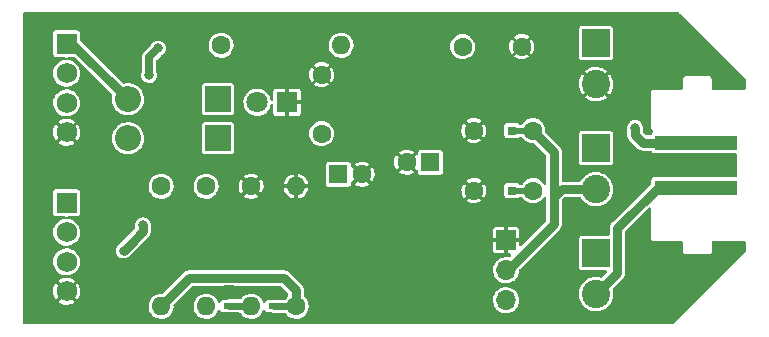
<source format=gbr>
G04 #@! TF.GenerationSoftware,KiCad,Pcbnew,6.0.0-d3dd2cf0fa~116~ubuntu20.04.1*
G04 #@! TF.CreationDate,2022-01-19T00:46:33+01:00*
G04 #@! TF.ProjectId,bobbycar,626f6262-7963-4617-922e-6b696361645f,rev?*
G04 #@! TF.SameCoordinates,Original*
G04 #@! TF.FileFunction,Copper,L2,Bot*
G04 #@! TF.FilePolarity,Positive*
%FSLAX46Y46*%
G04 Gerber Fmt 4.6, Leading zero omitted, Abs format (unit mm)*
G04 Created by KiCad (PCBNEW 6.0.0-d3dd2cf0fa~116~ubuntu20.04.1) date 2022-01-19 00:46:33*
%MOMM*%
%LPD*%
G01*
G04 APERTURE LIST*
G04 #@! TA.AperFunction,ComponentPad*
%ADD10C,1.600000*%
G04 #@! TD*
G04 #@! TA.AperFunction,ComponentPad*
%ADD11O,1.600000X1.600000*%
G04 #@! TD*
G04 #@! TA.AperFunction,SMDPad,CuDef*
%ADD12R,0.900000X0.500000*%
G04 #@! TD*
G04 #@! TA.AperFunction,SMDPad,CuDef*
%ADD13R,0.800000X0.750000*%
G04 #@! TD*
G04 #@! TA.AperFunction,ComponentPad*
%ADD14O,2.200000X2.200000*%
G04 #@! TD*
G04 #@! TA.AperFunction,ComponentPad*
%ADD15R,2.200000X2.200000*%
G04 #@! TD*
G04 #@! TA.AperFunction,ComponentPad*
%ADD16R,1.700000X1.700000*%
G04 #@! TD*
G04 #@! TA.AperFunction,ComponentPad*
%ADD17O,1.700000X1.700000*%
G04 #@! TD*
G04 #@! TA.AperFunction,ComponentPad*
%ADD18R,1.600000X1.600000*%
G04 #@! TD*
G04 #@! TA.AperFunction,ComponentPad*
%ADD19C,1.750000*%
G04 #@! TD*
G04 #@! TA.AperFunction,ComponentPad*
%ADD20R,1.750000X1.750000*%
G04 #@! TD*
G04 #@! TA.AperFunction,ComponentPad*
%ADD21R,2.400000X2.400000*%
G04 #@! TD*
G04 #@! TA.AperFunction,ComponentPad*
%ADD22C,2.400000*%
G04 #@! TD*
G04 #@! TA.AperFunction,ComponentPad*
%ADD23R,1.800000X1.800000*%
G04 #@! TD*
G04 #@! TA.AperFunction,ComponentPad*
%ADD24C,1.800000*%
G04 #@! TD*
G04 #@! TA.AperFunction,SMDPad,CuDef*
%ADD25R,7.000000X1.270000*%
G04 #@! TD*
G04 #@! TA.AperFunction,ViaPad*
%ADD26C,0.800000*%
G04 #@! TD*
G04 #@! TA.AperFunction,Conductor*
%ADD27C,0.800000*%
G04 #@! TD*
G04 #@! TA.AperFunction,Conductor*
%ADD28C,0.500000*%
G04 #@! TD*
G04 #@! TA.AperFunction,Conductor*
%ADD29C,0.600000*%
G04 #@! TD*
G04 #@! TA.AperFunction,Conductor*
%ADD30C,0.700000*%
G04 #@! TD*
G04 APERTURE END LIST*
D10*
X139018000Y-100965000D03*
X144018000Y-100965000D03*
X126111000Y-96139000D03*
X126111000Y-91139000D03*
X143049000Y-88773000D03*
X138049000Y-88773000D03*
X139001500Y-95885000D03*
X144001500Y-95885000D03*
D11*
X123952000Y-100584000D03*
D10*
X123952000Y-110744000D03*
D12*
X122047000Y-110744000D03*
X122047000Y-109244000D03*
X118237000Y-110720000D03*
X118237000Y-109220000D03*
D13*
X140740000Y-95885000D03*
X142240000Y-95885000D03*
X140740000Y-100965000D03*
X142240000Y-100965000D03*
D14*
X109728000Y-93218000D03*
D15*
X117348000Y-93218000D03*
X117348000Y-96520000D03*
D14*
X109728000Y-96520000D03*
D16*
X141732000Y-105156000D03*
D17*
X141732000Y-107696000D03*
X141732000Y-110236000D03*
D10*
X120142000Y-100584000D03*
D11*
X120142000Y-110744000D03*
D10*
X117602000Y-88646000D03*
D11*
X127762000Y-88646000D03*
X112522000Y-110744000D03*
D10*
X112522000Y-100584000D03*
X116332000Y-100584000D03*
D11*
X116332000Y-110744000D03*
D10*
X129540000Y-99568000D03*
D18*
X127540000Y-99568000D03*
X135318500Y-98552000D03*
D10*
X133318500Y-98552000D03*
D19*
X104521000Y-96019000D03*
X104521000Y-93519000D03*
X104521000Y-91019000D03*
D20*
X104521000Y-88519000D03*
X104521000Y-101981000D03*
D19*
X104521000Y-104481000D03*
X104521000Y-106981000D03*
X104521000Y-109481000D03*
D21*
X149352000Y-106228000D03*
D22*
X149352000Y-109728000D03*
X149352000Y-91948000D03*
D21*
X149352000Y-88448000D03*
X149352000Y-97338000D03*
D22*
X149352000Y-100838000D03*
D23*
X123190000Y-93472000D03*
D24*
X120650000Y-93472000D03*
D25*
X157792800Y-96906000D03*
X157792800Y-100706000D03*
D26*
X152654000Y-95631000D03*
X109347000Y-106045000D03*
X110998000Y-103886000D03*
X155448000Y-98806000D03*
X159385000Y-98806000D03*
X154051000Y-106299000D03*
X117094000Y-109474000D03*
X112268000Y-88900000D03*
X111506000Y-91186000D03*
X146812000Y-108966000D03*
X137541000Y-92646500D03*
X137541000Y-91821000D03*
X137541000Y-90995500D03*
X153924000Y-90805000D03*
X106045000Y-105664000D03*
X106172000Y-103251000D03*
X108585000Y-98425000D03*
X112268000Y-102616000D03*
X137541000Y-101092000D03*
D27*
X153294000Y-96906000D02*
X152654000Y-96266000D01*
X158267400Y-96906000D02*
X153294000Y-96906000D01*
X152654000Y-96266000D02*
X152654000Y-95631000D01*
D28*
X142240000Y-100965000D02*
X144018000Y-100965000D01*
D29*
X122047000Y-110744000D02*
X123952000Y-110744000D01*
D27*
X123952000Y-110744000D02*
X123952000Y-109368998D01*
X123952000Y-109368998D02*
X122953001Y-108369999D01*
X122953001Y-108369999D02*
X114896001Y-108369999D01*
X114896001Y-108369999D02*
X113321999Y-109944001D01*
X113321999Y-109944001D02*
X112522000Y-110744000D01*
X109855000Y-105537000D02*
X109347000Y-106045000D01*
X110998000Y-104394000D02*
X109855000Y-105537000D01*
X154584380Y-100706000D02*
X151152001Y-104138379D01*
X110998000Y-103886000D02*
X110998000Y-104394000D01*
X158267400Y-100706000D02*
X154584380Y-100706000D01*
X151152001Y-104138379D02*
X151152001Y-107927999D01*
X151152001Y-107927999D02*
X150551999Y-108528001D01*
X150551999Y-108528001D02*
X149352000Y-109728000D01*
D30*
X111506000Y-89662000D02*
X112268000Y-88900000D01*
X111506000Y-91186000D02*
X111506000Y-89662000D01*
D28*
X142240000Y-95885000D02*
X144001500Y-95885000D01*
D27*
X145796000Y-101473000D02*
X145796000Y-97679500D01*
X145796000Y-97679500D02*
X144001500Y-95885000D01*
D29*
X118237000Y-110720000D02*
X120118000Y-110720000D01*
X120118000Y-110720000D02*
X120142000Y-110744000D01*
D27*
X145796000Y-101473000D02*
X145796000Y-103124000D01*
X149352000Y-100838000D02*
X146431000Y-100838000D01*
X146431000Y-100838000D02*
X145796000Y-101473000D01*
X141859000Y-107696000D02*
X145796000Y-103759000D01*
X145796000Y-103759000D02*
X145796000Y-103124000D01*
X105022000Y-88512000D02*
X109728000Y-93218000D01*
G04 #@! TA.AperFunction,Conductor*
G36*
X156374721Y-85872002D02*
G01*
X156395695Y-85888905D01*
X162015095Y-91508305D01*
X162049121Y-91570617D01*
X162052000Y-91597400D01*
X162052000Y-92279200D01*
X162031998Y-92347321D01*
X161978342Y-92393814D01*
X161926000Y-92405200D01*
X159257000Y-92405200D01*
X159188879Y-92385198D01*
X159142386Y-92331542D01*
X159131000Y-92279200D01*
X159131000Y-91553625D01*
X159133421Y-91529044D01*
X159133555Y-91528370D01*
X159135976Y-91516200D01*
X159116263Y-91417094D01*
X159060124Y-91333076D01*
X158976106Y-91276937D01*
X158902017Y-91262200D01*
X158889172Y-91259645D01*
X158877000Y-91257224D01*
X158864153Y-91259779D01*
X158839575Y-91262200D01*
X157009425Y-91262200D01*
X156984847Y-91259779D01*
X156972000Y-91257224D01*
X156959828Y-91259645D01*
X156946983Y-91262200D01*
X156872894Y-91276937D01*
X156788876Y-91333076D01*
X156732737Y-91417094D01*
X156713024Y-91516200D01*
X156715445Y-91528370D01*
X156715579Y-91529044D01*
X156718000Y-91553625D01*
X156718000Y-92279200D01*
X156697998Y-92347321D01*
X156644342Y-92393814D01*
X156592000Y-92405200D01*
X154317025Y-92405200D01*
X154292447Y-92402779D01*
X154279600Y-92400224D01*
X154267428Y-92402645D01*
X154254583Y-92405200D01*
X154180494Y-92419937D01*
X154170177Y-92426831D01*
X154170176Y-92426831D01*
X154152075Y-92438926D01*
X154096476Y-92476076D01*
X154040337Y-92560094D01*
X154020624Y-92659200D01*
X154023045Y-92671370D01*
X154023179Y-92672044D01*
X154025600Y-92696625D01*
X154025600Y-95568175D01*
X154023179Y-95592753D01*
X154020624Y-95605600D01*
X154025600Y-95630617D01*
X154040337Y-95704706D01*
X154047231Y-95715023D01*
X154047231Y-95715024D01*
X154060724Y-95735217D01*
X154096476Y-95788724D01*
X154169692Y-95837645D01*
X154215218Y-95892120D01*
X154224067Y-95962563D01*
X154193426Y-96026607D01*
X154169694Y-96047172D01*
X154109316Y-96087516D01*
X154053066Y-96171699D01*
X154051948Y-96177320D01*
X154010300Y-96229000D01*
X153938441Y-96251500D01*
X153617293Y-96251500D01*
X153549172Y-96231498D01*
X153528197Y-96214595D01*
X153345404Y-96031801D01*
X153311379Y-95969489D01*
X153308500Y-95942706D01*
X153308500Y-95686486D01*
X153309757Y-95668733D01*
X153312581Y-95648891D01*
X153312581Y-95648888D01*
X153313162Y-95644807D01*
X153313307Y-95631000D01*
X153308607Y-95592163D01*
X153308500Y-95590995D01*
X153308500Y-95589822D01*
X153308104Y-95586686D01*
X153308102Y-95586666D01*
X153304343Y-95556910D01*
X153304262Y-95556255D01*
X153303302Y-95548317D01*
X153294276Y-95473733D01*
X153293612Y-95471977D01*
X153292976Y-95466939D01*
X153270709Y-95410699D01*
X153265544Y-95397654D01*
X153264830Y-95395808D01*
X153240964Y-95332649D01*
X153238280Y-95325546D01*
X153235690Y-95321777D01*
X153235021Y-95320559D01*
X153232101Y-95313186D01*
X153227439Y-95306769D01*
X153190195Y-95255506D01*
X153188291Y-95252812D01*
X153158600Y-95209611D01*
X153148553Y-95194992D01*
X153143546Y-95190531D01*
X153140971Y-95187317D01*
X153139561Y-95185815D01*
X153134902Y-95179403D01*
X153110213Y-95158978D01*
X153082876Y-95136363D01*
X153079374Y-95133356D01*
X153035946Y-95094663D01*
X153035943Y-95094661D01*
X153030275Y-95089611D01*
X153023563Y-95086057D01*
X153018541Y-95082567D01*
X153015490Y-95080251D01*
X153013594Y-95079048D01*
X153007486Y-95073995D01*
X152963140Y-95053127D01*
X152949920Y-95046906D01*
X152944611Y-95044253D01*
X152896986Y-95019037D01*
X152896980Y-95019035D01*
X152890274Y-95015484D01*
X152882911Y-95013634D01*
X152875819Y-95010912D01*
X152875896Y-95010713D01*
X152868985Y-95008245D01*
X152865030Y-95006960D01*
X152857859Y-95003586D01*
X152799267Y-94992409D01*
X152792209Y-94990852D01*
X152736633Y-94976892D01*
X152729035Y-94976852D01*
X152728971Y-94976852D01*
X152706028Y-94974623D01*
X152695423Y-94972600D01*
X152639882Y-94976094D01*
X152631338Y-94976341D01*
X152578221Y-94976062D01*
X152567053Y-94978743D01*
X152566749Y-94978816D01*
X152545256Y-94982047D01*
X152538294Y-94982485D01*
X152538292Y-94982485D01*
X152530384Y-94982983D01*
X152522849Y-94985431D01*
X152522845Y-94985432D01*
X152481306Y-94998929D01*
X152471785Y-95001614D01*
X152431576Y-95011268D01*
X152431573Y-95011269D01*
X152424184Y-95013043D01*
X152410033Y-95020347D01*
X152391188Y-95028210D01*
X152380652Y-95031634D01*
X152380650Y-95031635D01*
X152373113Y-95034084D01*
X152332954Y-95059570D01*
X152323240Y-95065143D01*
X152290168Y-95082213D01*
X152290162Y-95082217D01*
X152283414Y-95085700D01*
X152277692Y-95090692D01*
X152277690Y-95090693D01*
X152268305Y-95098880D01*
X152252998Y-95110311D01*
X152233490Y-95122691D01*
X152203706Y-95154408D01*
X152194691Y-95163098D01*
X152164039Y-95189838D01*
X152150139Y-95209616D01*
X152138906Y-95223413D01*
X152128618Y-95234368D01*
X152120290Y-95243237D01*
X152116472Y-95250181D01*
X152116471Y-95250183D01*
X152101290Y-95277797D01*
X152093963Y-95289545D01*
X152072950Y-95319444D01*
X152067802Y-95332649D01*
X152062671Y-95345809D01*
X152055697Y-95360731D01*
X152040625Y-95388147D01*
X152038652Y-95395831D01*
X152031832Y-95422393D01*
X152027184Y-95436828D01*
X152015406Y-95467037D01*
X152014415Y-95474568D01*
X152014414Y-95474570D01*
X152011174Y-95499182D01*
X152008296Y-95514061D01*
X151999500Y-95548317D01*
X151999500Y-95579598D01*
X151998422Y-95596044D01*
X151994729Y-95624096D01*
X151998575Y-95658931D01*
X151998739Y-95660417D01*
X151999500Y-95674244D01*
X151999500Y-96184479D01*
X151998947Y-96196220D01*
X151997226Y-96203917D01*
X151997475Y-96211843D01*
X151997475Y-96211844D01*
X151999438Y-96274307D01*
X151999500Y-96278265D01*
X151999500Y-96307178D01*
X151999995Y-96311097D01*
X151999995Y-96311099D01*
X152000049Y-96311525D01*
X152000978Y-96323339D01*
X152001726Y-96347126D01*
X152002420Y-96369200D01*
X152004631Y-96376810D01*
X152008351Y-96389615D01*
X152012360Y-96408973D01*
X152015024Y-96430061D01*
X152017943Y-96437433D01*
X152017943Y-96437434D01*
X152031910Y-96472712D01*
X152035755Y-96483941D01*
X152048555Y-96527999D01*
X152052592Y-96534825D01*
X152059377Y-96546298D01*
X152068072Y-96564045D01*
X152075899Y-96583814D01*
X152102861Y-96620924D01*
X152109378Y-96630846D01*
X152128693Y-96663506D01*
X152128696Y-96663510D01*
X152132733Y-96670336D01*
X152147762Y-96685365D01*
X152160602Y-96700398D01*
X152173098Y-96717597D01*
X152208462Y-96746852D01*
X152217228Y-96754831D01*
X152773545Y-97311148D01*
X152781465Y-97319852D01*
X152785691Y-97326510D01*
X152791468Y-97331935D01*
X152837037Y-97374727D01*
X152839879Y-97377482D01*
X152860316Y-97397919D01*
X152863770Y-97400598D01*
X152872795Y-97408306D01*
X152906237Y-97439710D01*
X152913183Y-97443529D01*
X152913185Y-97443530D01*
X152918056Y-97446207D01*
X152924866Y-97449951D01*
X152941384Y-97460800D01*
X152958185Y-97473833D01*
X152965462Y-97476982D01*
X153000291Y-97492054D01*
X153010936Y-97497269D01*
X153051147Y-97519375D01*
X153058829Y-97521347D01*
X153058828Y-97521347D01*
X153071731Y-97524660D01*
X153090439Y-97531065D01*
X153109950Y-97539508D01*
X153117780Y-97540748D01*
X153117786Y-97540750D01*
X153155266Y-97546687D01*
X153166888Y-97549093D01*
X153203638Y-97558529D01*
X153203642Y-97558530D01*
X153211317Y-97560500D01*
X153232568Y-97560500D01*
X153252278Y-97562051D01*
X153273278Y-97565377D01*
X153318960Y-97561059D01*
X153330815Y-97560500D01*
X153938442Y-97560500D01*
X154006563Y-97580502D01*
X154051982Y-97634849D01*
X154053066Y-97640301D01*
X154059961Y-97650621D01*
X154059962Y-97650622D01*
X154078185Y-97677894D01*
X154109316Y-97724484D01*
X154193499Y-97780734D01*
X154267733Y-97795500D01*
X154596410Y-97795500D01*
X161164000Y-97795499D01*
X161232121Y-97815501D01*
X161278614Y-97869157D01*
X161290000Y-97921499D01*
X161290000Y-99690500D01*
X161269998Y-99758621D01*
X161216342Y-99805114D01*
X161164000Y-99816500D01*
X154596461Y-99816501D01*
X154267734Y-99816501D01*
X154234636Y-99823084D01*
X154205674Y-99828844D01*
X154205672Y-99828845D01*
X154193499Y-99831266D01*
X154183179Y-99838161D01*
X154183178Y-99838162D01*
X154122785Y-99878516D01*
X154109316Y-99887516D01*
X154053066Y-99971699D01*
X154038300Y-100045933D01*
X154038300Y-100274287D01*
X154018298Y-100342408D01*
X154001395Y-100363382D01*
X150746853Y-103617924D01*
X150738149Y-103625844D01*
X150731491Y-103630070D01*
X150726066Y-103635847D01*
X150683274Y-103681416D01*
X150680519Y-103684258D01*
X150660082Y-103704695D01*
X150657403Y-103708149D01*
X150649695Y-103717174D01*
X150618291Y-103750616D01*
X150608147Y-103769069D01*
X150608052Y-103769241D01*
X150597199Y-103785763D01*
X150589536Y-103795643D01*
X150584168Y-103802563D01*
X150570671Y-103833754D01*
X150565949Y-103844665D01*
X150560727Y-103855325D01*
X150538626Y-103895526D01*
X150533338Y-103916121D01*
X150526941Y-103934807D01*
X150518493Y-103954328D01*
X150517253Y-103962158D01*
X150517252Y-103962161D01*
X150511316Y-103999645D01*
X150508911Y-104011258D01*
X150497501Y-104055696D01*
X150497501Y-104076953D01*
X150495950Y-104096663D01*
X150492625Y-104117657D01*
X150494720Y-104139815D01*
X150496942Y-104163327D01*
X150497501Y-104175184D01*
X150497501Y-104647500D01*
X150477499Y-104715621D01*
X150423843Y-104762114D01*
X150371501Y-104773500D01*
X148237922Y-104773501D01*
X148126934Y-104773501D01*
X148091182Y-104780612D01*
X148064874Y-104785844D01*
X148064872Y-104785845D01*
X148052699Y-104788266D01*
X148042379Y-104795161D01*
X148042378Y-104795162D01*
X147989504Y-104830492D01*
X147968516Y-104844516D01*
X147912266Y-104928699D01*
X147897500Y-105002933D01*
X147897501Y-107453066D01*
X147912266Y-107527301D01*
X147919161Y-107537621D01*
X147919162Y-107537622D01*
X147929361Y-107552885D01*
X147968516Y-107611484D01*
X148052699Y-107667734D01*
X148126933Y-107682500D01*
X148173677Y-107682500D01*
X150167708Y-107682499D01*
X150235829Y-107702501D01*
X150282322Y-107756157D01*
X150292426Y-107826431D01*
X150262932Y-107891011D01*
X150256803Y-107897594D01*
X149864219Y-108290178D01*
X149801907Y-108324204D01*
X149734699Y-108319959D01*
X149734693Y-108319983D01*
X149734573Y-108319951D01*
X149733065Y-108319856D01*
X149729694Y-108318662D01*
X149729691Y-108318661D01*
X149724819Y-108316936D01*
X149676046Y-108308248D01*
X149494438Y-108275898D01*
X149494434Y-108275898D01*
X149489350Y-108274992D01*
X149405548Y-108273968D01*
X149255360Y-108272133D01*
X149255358Y-108272133D01*
X149250191Y-108272070D01*
X149091680Y-108296326D01*
X149018876Y-108307466D01*
X149018874Y-108307467D01*
X149013767Y-108308248D01*
X148951140Y-108328718D01*
X148791340Y-108380949D01*
X148791338Y-108380950D01*
X148786427Y-108382555D01*
X148781838Y-108384944D01*
X148598574Y-108480345D01*
X148574275Y-108492994D01*
X148570142Y-108496097D01*
X148570139Y-108496099D01*
X148387145Y-108633495D01*
X148383010Y-108636600D01*
X148379438Y-108640338D01*
X148224106Y-108802883D01*
X148217767Y-108809516D01*
X148214853Y-108813788D01*
X148214852Y-108813789D01*
X148169572Y-108880167D01*
X148082985Y-109007099D01*
X148073572Y-109027378D01*
X147994575Y-109197564D01*
X147982284Y-109224042D01*
X147918366Y-109454520D01*
X147892951Y-109692342D01*
X147893248Y-109697494D01*
X147893248Y-109697498D01*
X147900141Y-109817033D01*
X147906719Y-109931121D01*
X147907856Y-109936167D01*
X147907857Y-109936173D01*
X147924746Y-110011115D01*
X147959301Y-110164446D01*
X148049284Y-110386049D01*
X148051989Y-110390464D01*
X148051990Y-110390465D01*
X148053582Y-110393063D01*
X148174254Y-110589980D01*
X148330852Y-110770762D01*
X148514874Y-110923540D01*
X148519326Y-110926142D01*
X148519331Y-110926145D01*
X148680535Y-111020345D01*
X148721377Y-111044211D01*
X148944817Y-111129534D01*
X148949883Y-111130565D01*
X148949884Y-111130565D01*
X148967092Y-111134066D01*
X149179191Y-111177218D01*
X149313499Y-111182143D01*
X149413043Y-111185794D01*
X149413048Y-111185794D01*
X149418207Y-111185983D01*
X149423327Y-111185327D01*
X149423329Y-111185327D01*
X149650316Y-111156249D01*
X149650317Y-111156249D01*
X149655444Y-111155592D01*
X149660394Y-111154107D01*
X149879577Y-111088349D01*
X149879582Y-111088347D01*
X149884532Y-111086862D01*
X150099319Y-110981639D01*
X150103524Y-110978639D01*
X150103530Y-110978636D01*
X150289832Y-110845748D01*
X150289834Y-110845746D01*
X150294036Y-110842749D01*
X150463454Y-110673921D01*
X150603023Y-110479690D01*
X150608340Y-110468933D01*
X150706701Y-110269914D01*
X150706702Y-110269912D01*
X150708995Y-110265272D01*
X150778524Y-110036425D01*
X150781856Y-110011115D01*
X150809306Y-109802617D01*
X150809306Y-109802613D01*
X150809743Y-109799296D01*
X150810456Y-109770122D01*
X150811403Y-109731365D01*
X150811403Y-109731361D01*
X150811485Y-109728000D01*
X150804002Y-109636983D01*
X150792311Y-109494779D01*
X150792310Y-109494773D01*
X150791887Y-109489628D01*
X150772480Y-109412366D01*
X150753898Y-109338386D01*
X150756702Y-109267445D01*
X150787007Y-109218596D01*
X151557149Y-108448454D01*
X151565853Y-108440534D01*
X151572511Y-108436308D01*
X151620745Y-108384944D01*
X151623483Y-108382120D01*
X151643920Y-108361683D01*
X151646602Y-108358225D01*
X151654308Y-108349203D01*
X151656947Y-108346393D01*
X151685711Y-108315762D01*
X151695953Y-108297132D01*
X151706803Y-108280615D01*
X151714974Y-108270081D01*
X151714975Y-108270080D01*
X151719834Y-108263815D01*
X151738053Y-108221713D01*
X151743275Y-108211053D01*
X151743984Y-108209762D01*
X151765376Y-108170852D01*
X151770664Y-108150257D01*
X151777061Y-108131571D01*
X151785509Y-108112050D01*
X151792687Y-108066728D01*
X151795091Y-108055120D01*
X151806501Y-108010682D01*
X151806501Y-107989425D01*
X151808052Y-107969715D01*
X151810137Y-107956551D01*
X151810137Y-107956550D01*
X151811377Y-107948721D01*
X151807060Y-107903051D01*
X151806501Y-107891194D01*
X151806501Y-104461672D01*
X151826503Y-104393551D01*
X151843406Y-104372577D01*
X153810505Y-102405478D01*
X153872817Y-102371452D01*
X153943632Y-102376517D01*
X154000468Y-102419064D01*
X154025279Y-102485584D01*
X154025600Y-102494573D01*
X154025600Y-104915375D01*
X154023179Y-104939953D01*
X154020624Y-104952800D01*
X154025600Y-104977817D01*
X154040337Y-105051906D01*
X154047231Y-105062223D01*
X154047231Y-105062224D01*
X154089583Y-105125608D01*
X154096476Y-105135924D01*
X154180494Y-105192063D01*
X154279600Y-105211776D01*
X154292447Y-105209221D01*
X154317025Y-105206800D01*
X156592000Y-105206800D01*
X156660121Y-105226802D01*
X156706614Y-105280458D01*
X156718000Y-105332800D01*
X156718000Y-106058375D01*
X156715579Y-106082953D01*
X156713024Y-106095800D01*
X156718000Y-106120817D01*
X156732737Y-106194906D01*
X156739631Y-106205223D01*
X156739631Y-106205224D01*
X156773241Y-106255525D01*
X156788876Y-106278924D01*
X156872894Y-106335063D01*
X156972000Y-106354776D01*
X156984847Y-106352221D01*
X157009425Y-106349800D01*
X158839575Y-106349800D01*
X158864153Y-106352221D01*
X158877000Y-106354776D01*
X158976106Y-106335063D01*
X159060124Y-106278924D01*
X159076688Y-106254135D01*
X159109368Y-106205225D01*
X159116263Y-106194906D01*
X159131000Y-106120817D01*
X159135976Y-106095800D01*
X159133421Y-106082953D01*
X159131000Y-106058375D01*
X159131000Y-105332800D01*
X159151002Y-105264679D01*
X159204658Y-105218186D01*
X159257000Y-105206800D01*
X161926000Y-105206800D01*
X161994121Y-105226802D01*
X162040614Y-105280458D01*
X162052000Y-105332800D01*
X162052000Y-106014599D01*
X162031998Y-106082720D01*
X162015095Y-106103694D01*
X155887695Y-112231095D01*
X155825383Y-112265121D01*
X155798600Y-112268000D01*
X100964000Y-112268000D01*
X100895879Y-112247998D01*
X100849386Y-112194342D01*
X100838000Y-112142000D01*
X100838000Y-110729206D01*
X111462501Y-110729206D01*
X111467658Y-110790616D01*
X111474217Y-110868718D01*
X111479806Y-110935278D01*
X111536807Y-111134066D01*
X111539625Y-111139548D01*
X111539626Y-111139552D01*
X111628514Y-111312509D01*
X111628517Y-111312513D01*
X111631334Y-111317995D01*
X111759786Y-111480061D01*
X111917271Y-111614091D01*
X112097789Y-111714980D01*
X112294466Y-111778884D01*
X112499809Y-111803370D01*
X112505944Y-111802898D01*
X112505946Y-111802898D01*
X112699856Y-111787977D01*
X112699860Y-111787976D01*
X112705998Y-111787504D01*
X112905178Y-111731892D01*
X112910682Y-111729112D01*
X112910684Y-111729111D01*
X113084262Y-111641431D01*
X113084264Y-111641430D01*
X113089763Y-111638652D01*
X113252722Y-111511334D01*
X113256748Y-111506670D01*
X113256751Y-111506667D01*
X113383819Y-111359457D01*
X113383820Y-111359455D01*
X113387848Y-111354789D01*
X113448915Y-111247293D01*
X113486950Y-111180340D01*
X113486952Y-111180336D01*
X113489995Y-111174979D01*
X113534362Y-111041606D01*
X113553325Y-110984601D01*
X113553326Y-110984598D01*
X113555270Y-110978753D01*
X113581189Y-110773586D01*
X113581602Y-110744000D01*
X113575448Y-110681240D01*
X113588707Y-110611494D01*
X113611752Y-110579850D01*
X113726331Y-110465271D01*
X113726334Y-110465269D01*
X115130199Y-109061404D01*
X115192511Y-109027378D01*
X115219294Y-109024499D01*
X122629708Y-109024499D01*
X122697829Y-109044501D01*
X122718803Y-109061404D01*
X123260595Y-109603196D01*
X123294621Y-109665508D01*
X123297500Y-109692291D01*
X123297500Y-109856732D01*
X123277498Y-109924853D01*
X123250453Y-109954928D01*
X123215436Y-109983082D01*
X123215431Y-109983087D01*
X123210635Y-109986943D01*
X123155514Y-110052634D01*
X123078437Y-110144491D01*
X123019327Y-110183818D01*
X122981915Y-110189500D01*
X122008943Y-110189500D01*
X122004697Y-110190082D01*
X122004691Y-110190082D01*
X121925946Y-110200869D01*
X121896482Y-110204905D01*
X121840483Y-110229138D01*
X121790443Y-110239501D01*
X121571934Y-110239501D01*
X121536182Y-110246612D01*
X121509874Y-110251844D01*
X121509872Y-110251845D01*
X121497699Y-110254266D01*
X121487379Y-110261161D01*
X121487378Y-110261162D01*
X121474280Y-110269914D01*
X121413516Y-110310516D01*
X121357266Y-110394699D01*
X121354818Y-110393063D01*
X121322088Y-110433673D01*
X121254723Y-110456089D01*
X121185933Y-110438527D01*
X121137558Y-110386561D01*
X121129615Y-110366595D01*
X121121651Y-110340217D01*
X121049704Y-110204905D01*
X121027459Y-110163067D01*
X121027457Y-110163064D01*
X121024565Y-110157625D01*
X121020674Y-110152855D01*
X121020672Y-110152851D01*
X120897758Y-110002143D01*
X120897755Y-110002140D01*
X120893863Y-109997368D01*
X120886966Y-109991662D01*
X120739271Y-109869478D01*
X120739266Y-109869475D01*
X120734522Y-109865550D01*
X120729103Y-109862620D01*
X120729100Y-109862618D01*
X120558032Y-109770122D01*
X120558027Y-109770120D01*
X120552612Y-109767192D01*
X120355063Y-109706040D01*
X120348938Y-109705396D01*
X120348937Y-109705396D01*
X120155526Y-109685068D01*
X120155524Y-109685068D01*
X120149397Y-109684424D01*
X120023229Y-109695906D01*
X119949591Y-109702607D01*
X119949590Y-109702607D01*
X119943450Y-109703166D01*
X119745066Y-109761554D01*
X119739601Y-109764411D01*
X119567261Y-109854508D01*
X119567257Y-109854511D01*
X119561801Y-109857363D01*
X119400635Y-109986943D01*
X119353872Y-110042673D01*
X119288575Y-110120491D01*
X119229465Y-110159818D01*
X119192053Y-110165500D01*
X118198943Y-110165500D01*
X118194697Y-110166082D01*
X118194691Y-110166082D01*
X118115946Y-110176869D01*
X118086482Y-110180905D01*
X118030483Y-110205138D01*
X117980443Y-110215501D01*
X117761934Y-110215501D01*
X117726182Y-110222612D01*
X117699874Y-110227844D01*
X117699872Y-110227845D01*
X117687699Y-110230266D01*
X117677379Y-110237161D01*
X117677378Y-110237162D01*
X117651781Y-110254266D01*
X117603516Y-110286516D01*
X117547266Y-110370699D01*
X117547202Y-110371021D01*
X117507901Y-110419788D01*
X117440537Y-110442207D01*
X117371747Y-110424647D01*
X117323369Y-110372684D01*
X117315420Y-110352702D01*
X117313431Y-110346114D01*
X117311651Y-110340217D01*
X117239704Y-110204905D01*
X117217459Y-110163067D01*
X117217457Y-110163064D01*
X117214565Y-110157625D01*
X117210674Y-110152855D01*
X117210672Y-110152851D01*
X117087758Y-110002143D01*
X117087755Y-110002140D01*
X117083863Y-109997368D01*
X117076966Y-109991662D01*
X116929271Y-109869478D01*
X116929266Y-109869475D01*
X116924522Y-109865550D01*
X116919103Y-109862620D01*
X116919100Y-109862618D01*
X116748032Y-109770122D01*
X116748027Y-109770120D01*
X116742612Y-109767192D01*
X116545063Y-109706040D01*
X116538938Y-109705396D01*
X116538937Y-109705396D01*
X116345526Y-109685068D01*
X116345524Y-109685068D01*
X116339397Y-109684424D01*
X116213229Y-109695906D01*
X116139591Y-109702607D01*
X116139590Y-109702607D01*
X116133450Y-109703166D01*
X115935066Y-109761554D01*
X115929601Y-109764411D01*
X115757261Y-109854508D01*
X115757257Y-109854511D01*
X115751801Y-109857363D01*
X115590635Y-109986943D01*
X115457708Y-110145360D01*
X115358082Y-110326578D01*
X115295553Y-110523696D01*
X115294867Y-110529813D01*
X115294866Y-110529817D01*
X115277217Y-110687165D01*
X115272501Y-110729206D01*
X115277658Y-110790616D01*
X115284217Y-110868718D01*
X115289806Y-110935278D01*
X115346807Y-111134066D01*
X115349625Y-111139548D01*
X115349626Y-111139552D01*
X115438514Y-111312509D01*
X115438517Y-111312513D01*
X115441334Y-111317995D01*
X115569786Y-111480061D01*
X115727271Y-111614091D01*
X115907789Y-111714980D01*
X116104466Y-111778884D01*
X116309809Y-111803370D01*
X116315944Y-111802898D01*
X116315946Y-111802898D01*
X116509856Y-111787977D01*
X116509860Y-111787976D01*
X116515998Y-111787504D01*
X116715178Y-111731892D01*
X116720682Y-111729112D01*
X116720684Y-111729111D01*
X116894262Y-111641431D01*
X116894264Y-111641430D01*
X116899763Y-111638652D01*
X117062722Y-111511334D01*
X117066748Y-111506670D01*
X117066751Y-111506667D01*
X117193819Y-111359457D01*
X117193820Y-111359455D01*
X117197848Y-111354789D01*
X117258915Y-111247293D01*
X117296950Y-111180340D01*
X117296952Y-111180336D01*
X117299995Y-111174979D01*
X117301940Y-111169131D01*
X117301943Y-111169125D01*
X117324379Y-111101680D01*
X117364860Y-111043356D01*
X117430448Y-111016176D01*
X117500319Y-111028771D01*
X117548702Y-111071450D01*
X117603516Y-111153484D01*
X117687699Y-111209734D01*
X117761933Y-111224500D01*
X117970103Y-111224500D01*
X118008929Y-111232752D01*
X118009344Y-111231323D01*
X118155235Y-111273709D01*
X118166007Y-111274500D01*
X119155950Y-111274500D01*
X119224071Y-111294502D01*
X119254695Y-111322236D01*
X119375953Y-111475226D01*
X119375957Y-111475230D01*
X119379786Y-111480061D01*
X119537271Y-111614091D01*
X119717789Y-111714980D01*
X119914466Y-111778884D01*
X120119809Y-111803370D01*
X120125944Y-111802898D01*
X120125946Y-111802898D01*
X120319856Y-111787977D01*
X120319860Y-111787976D01*
X120325998Y-111787504D01*
X120525178Y-111731892D01*
X120530682Y-111729112D01*
X120530684Y-111729111D01*
X120704262Y-111641431D01*
X120704264Y-111641430D01*
X120709763Y-111638652D01*
X120872722Y-111511334D01*
X120876748Y-111506670D01*
X120876751Y-111506667D01*
X121003819Y-111359457D01*
X121003820Y-111359455D01*
X121007848Y-111354789D01*
X121068915Y-111247293D01*
X121106950Y-111180340D01*
X121106952Y-111180336D01*
X121109995Y-111174979D01*
X121111941Y-111169128D01*
X121111944Y-111169122D01*
X121129708Y-111115722D01*
X121170189Y-111057397D01*
X121235777Y-111030217D01*
X121305648Y-111042812D01*
X121356669Y-111090298D01*
X121357266Y-111093301D01*
X121362900Y-111101732D01*
X121362900Y-111101733D01*
X121397896Y-111154107D01*
X121413516Y-111177484D01*
X121451462Y-111202839D01*
X121483880Y-111224500D01*
X121497699Y-111233734D01*
X121571933Y-111248500D01*
X121780103Y-111248500D01*
X121818929Y-111256752D01*
X121819344Y-111255323D01*
X121965235Y-111297709D01*
X121976007Y-111298500D01*
X122984972Y-111298500D01*
X123053093Y-111318502D01*
X123083716Y-111346234D01*
X123189786Y-111480061D01*
X123347271Y-111614091D01*
X123527789Y-111714980D01*
X123724466Y-111778884D01*
X123929809Y-111803370D01*
X123935944Y-111802898D01*
X123935946Y-111802898D01*
X124129856Y-111787977D01*
X124129860Y-111787976D01*
X124135998Y-111787504D01*
X124335178Y-111731892D01*
X124340682Y-111729112D01*
X124340684Y-111729111D01*
X124514262Y-111641431D01*
X124514264Y-111641430D01*
X124519763Y-111638652D01*
X124682722Y-111511334D01*
X124686748Y-111506670D01*
X124686751Y-111506667D01*
X124813819Y-111359457D01*
X124813820Y-111359455D01*
X124817848Y-111354789D01*
X124878915Y-111247293D01*
X124916950Y-111180340D01*
X124916952Y-111180336D01*
X124919995Y-111174979D01*
X124964362Y-111041606D01*
X124983325Y-110984601D01*
X124983326Y-110984598D01*
X124985270Y-110978753D01*
X125011189Y-110773586D01*
X125011602Y-110744000D01*
X124991422Y-110538189D01*
X124931651Y-110340217D01*
X124860799Y-110206964D01*
X140623148Y-110206964D01*
X140636424Y-110409522D01*
X140637845Y-110415118D01*
X140637846Y-110415123D01*
X140682255Y-110589980D01*
X140686392Y-110606269D01*
X140688809Y-110611512D01*
X140726010Y-110692208D01*
X140771377Y-110790616D01*
X140774710Y-110795332D01*
X140877801Y-110941203D01*
X140888533Y-110956389D01*
X140892675Y-110960424D01*
X140992222Y-111057397D01*
X141033938Y-111098035D01*
X141202720Y-111210812D01*
X141208023Y-111213090D01*
X141208026Y-111213092D01*
X141296707Y-111251192D01*
X141389228Y-111290942D01*
X141422630Y-111298500D01*
X141581579Y-111334467D01*
X141581584Y-111334468D01*
X141587216Y-111335742D01*
X141592987Y-111335969D01*
X141592989Y-111335969D01*
X141652756Y-111338317D01*
X141790053Y-111343712D01*
X141890499Y-111329148D01*
X141985231Y-111315413D01*
X141985236Y-111315412D01*
X141990945Y-111314584D01*
X141996409Y-111312729D01*
X141996414Y-111312728D01*
X142177693Y-111251192D01*
X142177698Y-111251190D01*
X142183165Y-111249334D01*
X142212775Y-111232752D01*
X142296286Y-111185983D01*
X142360276Y-111150147D01*
X142368668Y-111143168D01*
X142511913Y-111024031D01*
X142516345Y-111020345D01*
X142594691Y-110926145D01*
X142642453Y-110868718D01*
X142642455Y-110868715D01*
X142646147Y-110864276D01*
X142745334Y-110687165D01*
X142747190Y-110681698D01*
X142747192Y-110681693D01*
X142808728Y-110500414D01*
X142808729Y-110500409D01*
X142810584Y-110494945D01*
X142811412Y-110489236D01*
X142811413Y-110489231D01*
X142832163Y-110346116D01*
X142839712Y-110294053D01*
X142841232Y-110236000D01*
X142822658Y-110033859D01*
X142821090Y-110028299D01*
X142769125Y-109844046D01*
X142769124Y-109844044D01*
X142767557Y-109838487D01*
X142756978Y-109817033D01*
X142680331Y-109661609D01*
X142677776Y-109656428D01*
X142556320Y-109493779D01*
X142407258Y-109355987D01*
X142402375Y-109352906D01*
X142402371Y-109352903D01*
X142240464Y-109250748D01*
X142235581Y-109247667D01*
X142047039Y-109172446D01*
X142041379Y-109171320D01*
X142041375Y-109171319D01*
X141853613Y-109133971D01*
X141853610Y-109133971D01*
X141847946Y-109132844D01*
X141842171Y-109132768D01*
X141842167Y-109132768D01*
X141740793Y-109131441D01*
X141644971Y-109130187D01*
X141639274Y-109131166D01*
X141639273Y-109131166D01*
X141490303Y-109156764D01*
X141444910Y-109164564D01*
X141254463Y-109234824D01*
X141080010Y-109338612D01*
X141075670Y-109342418D01*
X141075666Y-109342421D01*
X140974570Y-109431081D01*
X140927392Y-109472455D01*
X140923817Y-109476990D01*
X140923816Y-109476991D01*
X140922993Y-109478035D01*
X140801720Y-109631869D01*
X140799031Y-109636980D01*
X140799029Y-109636983D01*
X140763035Y-109705396D01*
X140707203Y-109811515D01*
X140647007Y-110005378D01*
X140623148Y-110206964D01*
X124860799Y-110206964D01*
X124859704Y-110204905D01*
X124837459Y-110163067D01*
X124837457Y-110163064D01*
X124834565Y-110157625D01*
X124830674Y-110152855D01*
X124830672Y-110152851D01*
X124707758Y-110002143D01*
X124707755Y-110002140D01*
X124703863Y-109997368D01*
X124652184Y-109954616D01*
X124612447Y-109895784D01*
X124606500Y-109857532D01*
X124606500Y-109450519D01*
X124607053Y-109438778D01*
X124608774Y-109431081D01*
X124606562Y-109360691D01*
X124606500Y-109356733D01*
X124606500Y-109327820D01*
X124605951Y-109323472D01*
X124605022Y-109311659D01*
X124603829Y-109273717D01*
X124603829Y-109273716D01*
X124603580Y-109265798D01*
X124597649Y-109245383D01*
X124593640Y-109226024D01*
X124591970Y-109212803D01*
X124591970Y-109212801D01*
X124590976Y-109204937D01*
X124588057Y-109197564D01*
X124574090Y-109162286D01*
X124570245Y-109151057D01*
X124564954Y-109132844D01*
X124557445Y-109106999D01*
X124546623Y-109088700D01*
X124537928Y-109070953D01*
X124530101Y-109051184D01*
X124503137Y-109014071D01*
X124496622Y-109004152D01*
X124477307Y-108971492D01*
X124477304Y-108971488D01*
X124473267Y-108964662D01*
X124458238Y-108949633D01*
X124445397Y-108934599D01*
X124437562Y-108923815D01*
X124432902Y-108917401D01*
X124397538Y-108888146D01*
X124388772Y-108880167D01*
X123473456Y-107964851D01*
X123465536Y-107956147D01*
X123461310Y-107949489D01*
X123409963Y-107901271D01*
X123407122Y-107898517D01*
X123386685Y-107878080D01*
X123383227Y-107875398D01*
X123374205Y-107867692D01*
X123370019Y-107863761D01*
X123340764Y-107836289D01*
X123322134Y-107826047D01*
X123305617Y-107815197D01*
X123295083Y-107807026D01*
X123295082Y-107807025D01*
X123288817Y-107802166D01*
X123246715Y-107783947D01*
X123236055Y-107778725D01*
X123229963Y-107775376D01*
X123195854Y-107756624D01*
X123175259Y-107751336D01*
X123156573Y-107744939D01*
X123137052Y-107736491D01*
X123129222Y-107735251D01*
X123129219Y-107735250D01*
X123102527Y-107731023D01*
X123091730Y-107729313D01*
X123080122Y-107726909D01*
X123044233Y-107717694D01*
X123043361Y-107717470D01*
X123043360Y-107717470D01*
X123035684Y-107715499D01*
X123014427Y-107715499D01*
X122994717Y-107713948D01*
X122981553Y-107711863D01*
X122981552Y-107711863D01*
X122973723Y-107710623D01*
X122948799Y-107712979D01*
X122928053Y-107714940D01*
X122916196Y-107715499D01*
X114977522Y-107715499D01*
X114965781Y-107714946D01*
X114958084Y-107713225D01*
X114950158Y-107713474D01*
X114950157Y-107713474D01*
X114887694Y-107715437D01*
X114883736Y-107715499D01*
X114854823Y-107715499D01*
X114850904Y-107715994D01*
X114850902Y-107715994D01*
X114850476Y-107716048D01*
X114838662Y-107716977D01*
X114800720Y-107718170D01*
X114800719Y-107718170D01*
X114792801Y-107718419D01*
X114772386Y-107724350D01*
X114753028Y-107728359D01*
X114752821Y-107728385D01*
X114739806Y-107730029D01*
X114739804Y-107730029D01*
X114731940Y-107731023D01*
X114724568Y-107733942D01*
X114724567Y-107733942D01*
X114689289Y-107747909D01*
X114678059Y-107751754D01*
X114634002Y-107764554D01*
X114627176Y-107768591D01*
X114615703Y-107775376D01*
X114597956Y-107784071D01*
X114578187Y-107791898D01*
X114541077Y-107818860D01*
X114531155Y-107825377D01*
X114498495Y-107844692D01*
X114498491Y-107844695D01*
X114491665Y-107848732D01*
X114476636Y-107863761D01*
X114461603Y-107876601D01*
X114444404Y-107889097D01*
X114415149Y-107924461D01*
X114407170Y-107933227D01*
X112686432Y-109653965D01*
X112624120Y-109687991D01*
X112584168Y-109690180D01*
X112535527Y-109685068D01*
X112535524Y-109685068D01*
X112529397Y-109684424D01*
X112403229Y-109695906D01*
X112329591Y-109702607D01*
X112329590Y-109702607D01*
X112323450Y-109703166D01*
X112125066Y-109761554D01*
X112119601Y-109764411D01*
X111947261Y-109854508D01*
X111947257Y-109854511D01*
X111941801Y-109857363D01*
X111780635Y-109986943D01*
X111647708Y-110145360D01*
X111548082Y-110326578D01*
X111485553Y-110523696D01*
X111484867Y-110529813D01*
X111484866Y-110529817D01*
X111467217Y-110687165D01*
X111462501Y-110729206D01*
X100838000Y-110729206D01*
X100838000Y-110378524D01*
X103840758Y-110378524D01*
X103850641Y-110391014D01*
X103975176Y-110474225D01*
X103985284Y-110479714D01*
X104165318Y-110557063D01*
X104176261Y-110560618D01*
X104367368Y-110603862D01*
X104378778Y-110605364D01*
X104574572Y-110613056D01*
X104586054Y-110612454D01*
X104779975Y-110584338D01*
X104791158Y-110581653D01*
X104976701Y-110518670D01*
X104987216Y-110513988D01*
X105158173Y-110418247D01*
X105167648Y-110411736D01*
X105193003Y-110390649D01*
X105201456Y-110378063D01*
X105195282Y-110367414D01*
X104533812Y-109705944D01*
X104519868Y-109698330D01*
X104518035Y-109698461D01*
X104511420Y-109702712D01*
X103846954Y-110367178D01*
X103840758Y-110378524D01*
X100838000Y-110378524D01*
X100838000Y-109457086D01*
X103387930Y-109457086D01*
X103400744Y-109652602D01*
X103402545Y-109663974D01*
X103450776Y-109853883D01*
X103454617Y-109864730D01*
X103536650Y-110042673D01*
X103542401Y-110052634D01*
X103612622Y-110151996D01*
X103623212Y-110160384D01*
X103636512Y-110153356D01*
X104296056Y-109493812D01*
X104302434Y-109482132D01*
X104738330Y-109482132D01*
X104738461Y-109483965D01*
X104742712Y-109490580D01*
X105406252Y-110154120D01*
X105419561Y-110161387D01*
X105429596Y-110154268D01*
X105451736Y-110127648D01*
X105458247Y-110118173D01*
X105553988Y-109947216D01*
X105558670Y-109936701D01*
X105621653Y-109751158D01*
X105624338Y-109739975D01*
X105652750Y-109544014D01*
X105653380Y-109536632D01*
X105654740Y-109484704D01*
X105654497Y-109477305D01*
X105636380Y-109280129D01*
X105634283Y-109268814D01*
X105581096Y-109080228D01*
X105576974Y-109069489D01*
X105490310Y-108893753D01*
X105484300Y-108883945D01*
X105429255Y-108810231D01*
X105417997Y-108801782D01*
X105405578Y-108808554D01*
X104745944Y-109468188D01*
X104738330Y-109482132D01*
X104302434Y-109482132D01*
X104303670Y-109479868D01*
X104303539Y-109478035D01*
X104299288Y-109471420D01*
X103636347Y-108808479D01*
X103623506Y-108801467D01*
X103612817Y-108809262D01*
X103573661Y-108858931D01*
X103567392Y-108868584D01*
X103476163Y-109041982D01*
X103471758Y-109052616D01*
X103413653Y-109239747D01*
X103411261Y-109250998D01*
X103388231Y-109445585D01*
X103387930Y-109457086D01*
X100838000Y-109457086D01*
X100838000Y-106951306D01*
X103387050Y-106951306D01*
X103400627Y-107158450D01*
X103451725Y-107359650D01*
X103538634Y-107548169D01*
X103658442Y-107717694D01*
X103691958Y-107750344D01*
X103792956Y-107848732D01*
X103807137Y-107862547D01*
X103811933Y-107865752D01*
X103811936Y-107865754D01*
X103912917Y-107933227D01*
X103979740Y-107977877D01*
X103985043Y-107980155D01*
X103985048Y-107980158D01*
X104165167Y-108057542D01*
X104165170Y-108057543D01*
X104170470Y-108059820D01*
X104176100Y-108061094D01*
X104277315Y-108083997D01*
X104372939Y-108105635D01*
X104378708Y-108105862D01*
X104378711Y-108105862D01*
X104382841Y-108106024D01*
X104383733Y-108106059D01*
X104451016Y-108128720D01*
X104495367Y-108184159D01*
X104502705Y-108254775D01*
X104470699Y-108318149D01*
X104409513Y-108354158D01*
X104400125Y-108356142D01*
X104233231Y-108384820D01*
X104222123Y-108387797D01*
X104038290Y-108455616D01*
X104027908Y-108460568D01*
X103859508Y-108560756D01*
X103850208Y-108567512D01*
X103847545Y-108569847D01*
X103839148Y-108583085D01*
X103844982Y-108592850D01*
X104508188Y-109256056D01*
X104522132Y-109263670D01*
X104523965Y-109263539D01*
X104530580Y-109259288D01*
X105196686Y-108593182D01*
X105203446Y-108580802D01*
X105197416Y-108572747D01*
X105040634Y-108473825D01*
X105030387Y-108468604D01*
X104848396Y-108395997D01*
X104837359Y-108392728D01*
X104639518Y-108353374D01*
X104639875Y-108351581D01*
X104581926Y-108327732D01*
X104541303Y-108269506D01*
X104538607Y-108198561D01*
X104574696Y-108137420D01*
X104642684Y-108104749D01*
X104713278Y-108094513D01*
X104780091Y-108084826D01*
X104780095Y-108084825D01*
X104785806Y-108083997D01*
X104982377Y-108017270D01*
X105163497Y-107915838D01*
X105323099Y-107783099D01*
X105419687Y-107666964D01*
X140623148Y-107666964D01*
X140636424Y-107869522D01*
X140637845Y-107875118D01*
X140637846Y-107875123D01*
X140673231Y-108014450D01*
X140686392Y-108066269D01*
X140688809Y-108071512D01*
X140725115Y-108150266D01*
X140771377Y-108250616D01*
X140774710Y-108255332D01*
X140865314Y-108383534D01*
X140888533Y-108416389D01*
X141033938Y-108558035D01*
X141202720Y-108670812D01*
X141208023Y-108673090D01*
X141208026Y-108673092D01*
X141296707Y-108711192D01*
X141389228Y-108750942D01*
X141462244Y-108767464D01*
X141581579Y-108794467D01*
X141581584Y-108794468D01*
X141587216Y-108795742D01*
X141592987Y-108795969D01*
X141592989Y-108795969D01*
X141652756Y-108798317D01*
X141790053Y-108803712D01*
X141890499Y-108789148D01*
X141985231Y-108775413D01*
X141985236Y-108775412D01*
X141990945Y-108774584D01*
X141996409Y-108772729D01*
X141996414Y-108772728D01*
X142177693Y-108711192D01*
X142177698Y-108711190D01*
X142183165Y-108709334D01*
X142360276Y-108610147D01*
X142381074Y-108592850D01*
X142511913Y-108484031D01*
X142516345Y-108480345D01*
X142595793Y-108384820D01*
X142642453Y-108328718D01*
X142642455Y-108328715D01*
X142646147Y-108324276D01*
X142745334Y-108147165D01*
X142747190Y-108141698D01*
X142747192Y-108141693D01*
X142808728Y-107960414D01*
X142808729Y-107960409D01*
X142810584Y-107954945D01*
X142811412Y-107949236D01*
X142811413Y-107949231D01*
X142830315Y-107818860D01*
X142839712Y-107754053D01*
X142841232Y-107696000D01*
X142841173Y-107695354D01*
X142858774Y-107627234D01*
X142877850Y-107602753D01*
X146201148Y-104279455D01*
X146209852Y-104271535D01*
X146216510Y-104267309D01*
X146264728Y-104215962D01*
X146267482Y-104213121D01*
X146287919Y-104192684D01*
X146290601Y-104189226D01*
X146298307Y-104180204D01*
X146308602Y-104169241D01*
X146329710Y-104146763D01*
X146334073Y-104138828D01*
X146336207Y-104134944D01*
X146339951Y-104128134D01*
X146350800Y-104111616D01*
X146363833Y-104094815D01*
X146374266Y-104070707D01*
X146382055Y-104052708D01*
X146387270Y-104042062D01*
X146409375Y-104001853D01*
X146414663Y-103981258D01*
X146421060Y-103962572D01*
X146429508Y-103943051D01*
X146436685Y-103897736D01*
X146439093Y-103886114D01*
X146448528Y-103849368D01*
X146448529Y-103849359D01*
X146450500Y-103841683D01*
X146450500Y-103820432D01*
X146452051Y-103800721D01*
X146454137Y-103787551D01*
X146455377Y-103779722D01*
X146451059Y-103734040D01*
X146450500Y-103722185D01*
X146450500Y-101796293D01*
X146470502Y-101728172D01*
X146487405Y-101707198D01*
X146665198Y-101529405D01*
X146727510Y-101495379D01*
X146754293Y-101492500D01*
X147976547Y-101492500D01*
X148044668Y-101512502D01*
X148083976Y-101552661D01*
X148174254Y-101699980D01*
X148330852Y-101880762D01*
X148514874Y-102033540D01*
X148519326Y-102036142D01*
X148519331Y-102036145D01*
X148716919Y-102151606D01*
X148721377Y-102154211D01*
X148944817Y-102239534D01*
X148949883Y-102240565D01*
X148949884Y-102240565D01*
X148974942Y-102245663D01*
X149179191Y-102287218D01*
X149313499Y-102292143D01*
X149413043Y-102295794D01*
X149413048Y-102295794D01*
X149418207Y-102295983D01*
X149423327Y-102295327D01*
X149423329Y-102295327D01*
X149650316Y-102266249D01*
X149650317Y-102266249D01*
X149655444Y-102265592D01*
X149721871Y-102245663D01*
X149879577Y-102198349D01*
X149879582Y-102198347D01*
X149884532Y-102196862D01*
X150099319Y-102091639D01*
X150103524Y-102088639D01*
X150103530Y-102088636D01*
X150289832Y-101955748D01*
X150289834Y-101955746D01*
X150294036Y-101952749D01*
X150463454Y-101783921D01*
X150603023Y-101589690D01*
X150609894Y-101575789D01*
X150706701Y-101379914D01*
X150706702Y-101379912D01*
X150708995Y-101375272D01*
X150778524Y-101146425D01*
X150779199Y-101141299D01*
X150809306Y-100912617D01*
X150809306Y-100912613D01*
X150809743Y-100909296D01*
X150810626Y-100873161D01*
X150811403Y-100841365D01*
X150811403Y-100841361D01*
X150811485Y-100838000D01*
X150791887Y-100599628D01*
X150741527Y-100399137D01*
X150734879Y-100372670D01*
X150734879Y-100372669D01*
X150733620Y-100367658D01*
X150659026Y-100196103D01*
X150640309Y-100153056D01*
X150640307Y-100153053D01*
X150638249Y-100148319D01*
X150508335Y-99947502D01*
X150486593Y-99923607D01*
X150350844Y-99774422D01*
X150350842Y-99774421D01*
X150347366Y-99770600D01*
X150343315Y-99767401D01*
X150343311Y-99767397D01*
X150163725Y-99625569D01*
X150159667Y-99622364D01*
X150040913Y-99556808D01*
X149954808Y-99509275D01*
X149954805Y-99509274D01*
X149950277Y-99506774D01*
X149724819Y-99426936D01*
X149676046Y-99418248D01*
X149494438Y-99385898D01*
X149494434Y-99385898D01*
X149489350Y-99384992D01*
X149405548Y-99383968D01*
X149255360Y-99382133D01*
X149255358Y-99382133D01*
X149250191Y-99382070D01*
X149091680Y-99406326D01*
X149018876Y-99417466D01*
X149018874Y-99417467D01*
X149013767Y-99418248D01*
X148919673Y-99449003D01*
X148791340Y-99490949D01*
X148791338Y-99490950D01*
X148786427Y-99492555D01*
X148754308Y-99509275D01*
X148579487Y-99600281D01*
X148574275Y-99602994D01*
X148570142Y-99606097D01*
X148570139Y-99606099D01*
X148387145Y-99743495D01*
X148383010Y-99746600D01*
X148316212Y-99816500D01*
X148230139Y-99906570D01*
X148217767Y-99919516D01*
X148214853Y-99923788D01*
X148214852Y-99923789D01*
X148088240Y-100109396D01*
X148082985Y-100117099D01*
X148081587Y-100120112D01*
X148030935Y-100169088D01*
X147972418Y-100183500D01*
X146576500Y-100183500D01*
X146508379Y-100163498D01*
X146461886Y-100109842D01*
X146450500Y-100057500D01*
X146450500Y-97761021D01*
X146451053Y-97749280D01*
X146452774Y-97741583D01*
X146451913Y-97714168D01*
X146450562Y-97671193D01*
X146450500Y-97667235D01*
X146450500Y-97638322D01*
X146449951Y-97633974D01*
X146449022Y-97622161D01*
X146447829Y-97584226D01*
X146447580Y-97576300D01*
X146445319Y-97568516D01*
X146441649Y-97555884D01*
X146437640Y-97536525D01*
X146435970Y-97523305D01*
X146435969Y-97523303D01*
X146434976Y-97515439D01*
X146428352Y-97498709D01*
X146418087Y-97472780D01*
X146414242Y-97461551D01*
X146403655Y-97425113D01*
X146401444Y-97417501D01*
X146397408Y-97410676D01*
X146397406Y-97410672D01*
X146390624Y-97399203D01*
X146381928Y-97381453D01*
X146377021Y-97369059D01*
X146377018Y-97369054D01*
X146374101Y-97361686D01*
X146369440Y-97355270D01*
X146369438Y-97355267D01*
X146347133Y-97324566D01*
X146340616Y-97314645D01*
X146321305Y-97281991D01*
X146321303Y-97281988D01*
X146317267Y-97275164D01*
X146302238Y-97260135D01*
X146289397Y-97245101D01*
X146281562Y-97234317D01*
X146276902Y-97227903D01*
X146241538Y-97198648D01*
X146232772Y-97190669D01*
X145155036Y-96112933D01*
X147897500Y-96112933D01*
X147897501Y-98563066D01*
X147912266Y-98637301D01*
X147919161Y-98647620D01*
X147919162Y-98647622D01*
X147941381Y-98680874D01*
X147968516Y-98721484D01*
X148052699Y-98777734D01*
X148126933Y-98792500D01*
X149351802Y-98792500D01*
X150577066Y-98792499D01*
X150612818Y-98785388D01*
X150639126Y-98780156D01*
X150639128Y-98780155D01*
X150651301Y-98777734D01*
X150661621Y-98770839D01*
X150661622Y-98770838D01*
X150725168Y-98728377D01*
X150735484Y-98721484D01*
X150791734Y-98637301D01*
X150806500Y-98563067D01*
X150806499Y-96112934D01*
X150791734Y-96038699D01*
X150783655Y-96026607D01*
X150742377Y-95964832D01*
X150735484Y-95954516D01*
X150651301Y-95898266D01*
X150577067Y-95883500D01*
X149352199Y-95883500D01*
X148126934Y-95883501D01*
X148101685Y-95888523D01*
X148064874Y-95895844D01*
X148064872Y-95895845D01*
X148052699Y-95898266D01*
X148042379Y-95905161D01*
X148042378Y-95905162D01*
X148000434Y-95933189D01*
X147968516Y-95954516D01*
X147912266Y-96038699D01*
X147897500Y-96112933D01*
X145155036Y-96112933D01*
X145092672Y-96050569D01*
X145058646Y-95988257D01*
X145056760Y-95945683D01*
X145060689Y-95914586D01*
X145061102Y-95885000D01*
X145040922Y-95679189D01*
X144981151Y-95481217D01*
X144928366Y-95381943D01*
X144886959Y-95304067D01*
X144886957Y-95304064D01*
X144884065Y-95298625D01*
X144880174Y-95293855D01*
X144880172Y-95293851D01*
X144757258Y-95143143D01*
X144757255Y-95143140D01*
X144753363Y-95138368D01*
X144744677Y-95131182D01*
X144598771Y-95010478D01*
X144598766Y-95010475D01*
X144594022Y-95006550D01*
X144588603Y-95003620D01*
X144588600Y-95003618D01*
X144417532Y-94911122D01*
X144417527Y-94911120D01*
X144412112Y-94908192D01*
X144214563Y-94847040D01*
X144208438Y-94846396D01*
X144208437Y-94846396D01*
X144015026Y-94826068D01*
X144015024Y-94826068D01*
X144008897Y-94825424D01*
X143882729Y-94836906D01*
X143809091Y-94843607D01*
X143809090Y-94843607D01*
X143802950Y-94844166D01*
X143604566Y-94902554D01*
X143599101Y-94905411D01*
X143426761Y-94995508D01*
X143426757Y-94995511D01*
X143421301Y-94998363D01*
X143416501Y-95002223D01*
X143416500Y-95002223D01*
X143403043Y-95013043D01*
X143260135Y-95127943D01*
X143127208Y-95286360D01*
X143124244Y-95291752D01*
X143124241Y-95291756D01*
X143111351Y-95315203D01*
X143061005Y-95365260D01*
X143000937Y-95380500D01*
X142926235Y-95380500D01*
X142858114Y-95360498D01*
X142837140Y-95343595D01*
X142830377Y-95336832D01*
X142823484Y-95326516D01*
X142739301Y-95270266D01*
X142665067Y-95255500D01*
X142240069Y-95255500D01*
X141814934Y-95255501D01*
X141779182Y-95262612D01*
X141752874Y-95267844D01*
X141752872Y-95267845D01*
X141740699Y-95270266D01*
X141730379Y-95277161D01*
X141730378Y-95277162D01*
X141676409Y-95313224D01*
X141656516Y-95326516D01*
X141649623Y-95336832D01*
X141608983Y-95397654D01*
X141600266Y-95410699D01*
X141585500Y-95484933D01*
X141585501Y-96285066D01*
X141600266Y-96359301D01*
X141607161Y-96369621D01*
X141607162Y-96369622D01*
X141620521Y-96389615D01*
X141656516Y-96443484D01*
X141740699Y-96499734D01*
X141814933Y-96514500D01*
X142239931Y-96514500D01*
X142665066Y-96514499D01*
X142705555Y-96506446D01*
X142727126Y-96502156D01*
X142727128Y-96502155D01*
X142739301Y-96499734D01*
X142749621Y-96492839D01*
X142749622Y-96492838D01*
X142813168Y-96450377D01*
X142823484Y-96443484D01*
X142830377Y-96433168D01*
X142837140Y-96426405D01*
X142899452Y-96392379D01*
X142926235Y-96389500D01*
X142998208Y-96389500D01*
X143066329Y-96409502D01*
X143102723Y-96449594D01*
X143104679Y-96448334D01*
X143108016Y-96453512D01*
X143110834Y-96458995D01*
X143239286Y-96621061D01*
X143243979Y-96625055D01*
X143243980Y-96625056D01*
X143391525Y-96750626D01*
X143396771Y-96755091D01*
X143577289Y-96855980D01*
X143773966Y-96919884D01*
X143979309Y-96944370D01*
X143985444Y-96943898D01*
X143985446Y-96943898D01*
X144037865Y-96939864D01*
X144066342Y-96937673D01*
X144135797Y-96952390D01*
X144165100Y-96974203D01*
X145104596Y-97913698D01*
X145138620Y-97976009D01*
X145141500Y-98002792D01*
X145141500Y-100326401D01*
X145121498Y-100394522D01*
X145067842Y-100441015D01*
X144997568Y-100451119D01*
X144932988Y-100421625D01*
X144907052Y-100389072D01*
X144906866Y-100389196D01*
X144905439Y-100387048D01*
X144904250Y-100385556D01*
X144900565Y-100378625D01*
X144896674Y-100373855D01*
X144896672Y-100373851D01*
X144773758Y-100223143D01*
X144773755Y-100223140D01*
X144769863Y-100218368D01*
X144762966Y-100212662D01*
X144615271Y-100090478D01*
X144615266Y-100090475D01*
X144610522Y-100086550D01*
X144605103Y-100083620D01*
X144605100Y-100083618D01*
X144434032Y-99991122D01*
X144434027Y-99991120D01*
X144428612Y-99988192D01*
X144231063Y-99927040D01*
X144224938Y-99926396D01*
X144224937Y-99926396D01*
X144031526Y-99906068D01*
X144031524Y-99906068D01*
X144025397Y-99905424D01*
X143911611Y-99915779D01*
X143825591Y-99923607D01*
X143825590Y-99923607D01*
X143819450Y-99924166D01*
X143621066Y-99982554D01*
X143615601Y-99985411D01*
X143443261Y-100075508D01*
X143443257Y-100075511D01*
X143437801Y-100078363D01*
X143276635Y-100207943D01*
X143143708Y-100366360D01*
X143140744Y-100371752D01*
X143140741Y-100371756D01*
X143127851Y-100395203D01*
X143077505Y-100445260D01*
X143017437Y-100460500D01*
X142926235Y-100460500D01*
X142858114Y-100440498D01*
X142837140Y-100423595D01*
X142830377Y-100416832D01*
X142823484Y-100406516D01*
X142739301Y-100350266D01*
X142665067Y-100335500D01*
X142240069Y-100335500D01*
X141814934Y-100335501D01*
X141780207Y-100342408D01*
X141752874Y-100347844D01*
X141752872Y-100347845D01*
X141740699Y-100350266D01*
X141730379Y-100357161D01*
X141730378Y-100357162D01*
X141682622Y-100389072D01*
X141656516Y-100406516D01*
X141600266Y-100490699D01*
X141585500Y-100564933D01*
X141585501Y-101365066D01*
X141592612Y-101400818D01*
X141596724Y-101421491D01*
X141600266Y-101439301D01*
X141607161Y-101449621D01*
X141607162Y-101449622D01*
X141623743Y-101474436D01*
X141656516Y-101523484D01*
X141740699Y-101579734D01*
X141814933Y-101594500D01*
X142239931Y-101594500D01*
X142665066Y-101594499D01*
X142705555Y-101586446D01*
X142727126Y-101582156D01*
X142727128Y-101582155D01*
X142739301Y-101579734D01*
X142749621Y-101572839D01*
X142749622Y-101572838D01*
X142813168Y-101530377D01*
X142823484Y-101523484D01*
X142830377Y-101513168D01*
X142837140Y-101506405D01*
X142899452Y-101472379D01*
X142926235Y-101469500D01*
X143014708Y-101469500D01*
X143082829Y-101489502D01*
X143119223Y-101529594D01*
X143121179Y-101528334D01*
X143124516Y-101533512D01*
X143127334Y-101538995D01*
X143255786Y-101701061D01*
X143260479Y-101705055D01*
X143260480Y-101705056D01*
X143368068Y-101796620D01*
X143413271Y-101835091D01*
X143593789Y-101935980D01*
X143790466Y-101999884D01*
X143995809Y-102024370D01*
X144001944Y-102023898D01*
X144001946Y-102023898D01*
X144195856Y-102008977D01*
X144195860Y-102008976D01*
X144201998Y-102008504D01*
X144401178Y-101952892D01*
X144406682Y-101950112D01*
X144406684Y-101950111D01*
X144580262Y-101862431D01*
X144580264Y-101862430D01*
X144585763Y-101859652D01*
X144748722Y-101732334D01*
X144752748Y-101727670D01*
X144752751Y-101727667D01*
X144879819Y-101580457D01*
X144879820Y-101580455D01*
X144883848Y-101575789D01*
X144905944Y-101536893D01*
X144956983Y-101487543D01*
X145026601Y-101473620D01*
X145092695Y-101499546D01*
X145134279Y-101557089D01*
X145141500Y-101599130D01*
X145141500Y-103435707D01*
X145121498Y-103503828D01*
X145104595Y-103524802D01*
X143051095Y-105578302D01*
X142988783Y-105612328D01*
X142917968Y-105607263D01*
X142861132Y-105564716D01*
X142836321Y-105498196D01*
X142836000Y-105489207D01*
X142836000Y-105324115D01*
X142831525Y-105308876D01*
X142830135Y-105307671D01*
X142822452Y-105306000D01*
X141900115Y-105306000D01*
X141884876Y-105310475D01*
X141883671Y-105311865D01*
X141882000Y-105319548D01*
X141882000Y-106241884D01*
X141886475Y-106257123D01*
X141887865Y-106258328D01*
X141895548Y-106259999D01*
X142065208Y-106259999D01*
X142133329Y-106280001D01*
X142179822Y-106333657D01*
X142189926Y-106403931D01*
X142160432Y-106468511D01*
X142154303Y-106475094D01*
X142052884Y-106576513D01*
X141990572Y-106610539D01*
X141939208Y-106610997D01*
X141853613Y-106593971D01*
X141853610Y-106593971D01*
X141847946Y-106592844D01*
X141842171Y-106592768D01*
X141842167Y-106592768D01*
X141740793Y-106591441D01*
X141644971Y-106590187D01*
X141639274Y-106591166D01*
X141639273Y-106591166D01*
X141454169Y-106622973D01*
X141444910Y-106624564D01*
X141254463Y-106694824D01*
X141080010Y-106798612D01*
X141075670Y-106802418D01*
X141075666Y-106802421D01*
X140931733Y-106928648D01*
X140927392Y-106932455D01*
X140923817Y-106936990D01*
X140923816Y-106936991D01*
X140894722Y-106973897D01*
X140801720Y-107091869D01*
X140799031Y-107096980D01*
X140799029Y-107096983D01*
X140766690Y-107158450D01*
X140707203Y-107271515D01*
X140647007Y-107465378D01*
X140623148Y-107666964D01*
X105419687Y-107666964D01*
X105455838Y-107623497D01*
X105557270Y-107442377D01*
X105623997Y-107245806D01*
X105624825Y-107240097D01*
X105624826Y-107240092D01*
X105653251Y-107044041D01*
X105653784Y-107040367D01*
X105655339Y-106981000D01*
X105636344Y-106774283D01*
X105579997Y-106574489D01*
X105575943Y-106566267D01*
X105490737Y-106393489D01*
X105488183Y-106388310D01*
X105363978Y-106221979D01*
X105211542Y-106081068D01*
X105121534Y-106024278D01*
X108687624Y-106024278D01*
X108688370Y-106032167D01*
X108688326Y-106033562D01*
X108687729Y-106038096D01*
X108688562Y-106045641D01*
X108688562Y-106045644D01*
X108695972Y-106112754D01*
X108696173Y-106114714D01*
X108703186Y-106188910D01*
X108704908Y-106193692D01*
X108705113Y-106195553D01*
X108706593Y-106199599D01*
X108706594Y-106199601D01*
X108733676Y-106273607D01*
X108733901Y-106274226D01*
X108756515Y-106337040D01*
X108756517Y-106337044D01*
X108759201Y-106344499D01*
X108763657Y-106351055D01*
X108763659Y-106351060D01*
X108801178Y-106406268D01*
X108801547Y-106406814D01*
X108845511Y-106472239D01*
X108845514Y-106472242D01*
X108847908Y-106475805D01*
X108849293Y-106477066D01*
X108852150Y-106481269D01*
X108858089Y-106486505D01*
X108908107Y-106530602D01*
X108909580Y-106531922D01*
X108965076Y-106582419D01*
X108969087Y-106584598D01*
X108970243Y-106585383D01*
X108976192Y-106590627D01*
X109039702Y-106622987D01*
X109042595Y-106624509D01*
X109104293Y-106658008D01*
X109110784Y-106659711D01*
X109114527Y-106661401D01*
X109116469Y-106662100D01*
X109123534Y-106665700D01*
X109131270Y-106667429D01*
X109131275Y-106667431D01*
X109189405Y-106680425D01*
X109193891Y-106681514D01*
X109237011Y-106692826D01*
X109257522Y-106698207D01*
X109265122Y-106698326D01*
X109271174Y-106699155D01*
X109274933Y-106699832D01*
X109277180Y-106700044D01*
X109284917Y-106701774D01*
X109292843Y-106701525D01*
X109348513Y-106699776D01*
X109354448Y-106699730D01*
X109408314Y-106700576D01*
X109408317Y-106700576D01*
X109415916Y-106700695D01*
X109423326Y-106698998D01*
X109430876Y-106698204D01*
X109430898Y-106698418D01*
X109438146Y-106697483D01*
X109442275Y-106696829D01*
X109450200Y-106696580D01*
X109507511Y-106679929D01*
X109514504Y-106678115D01*
X109570332Y-106665329D01*
X109577173Y-106661888D01*
X109598635Y-106653456D01*
X109601390Y-106652656D01*
X109601394Y-106652654D01*
X109608999Y-106650445D01*
X109649378Y-106626565D01*
X109656898Y-106622118D01*
X109664422Y-106618007D01*
X109678360Y-106610997D01*
X109711855Y-106594151D01*
X109717628Y-106589220D01*
X109717633Y-106589217D01*
X109720820Y-106586495D01*
X109738512Y-106573851D01*
X109744516Y-106570301D01*
X109744520Y-106570298D01*
X109751336Y-106566267D01*
X109787823Y-106529780D01*
X109795087Y-106523064D01*
X109832314Y-106491269D01*
X109841604Y-106478340D01*
X109854833Y-106462769D01*
X110259332Y-106058270D01*
X110259335Y-106058268D01*
X110292775Y-106024828D01*
X140628001Y-106024828D01*
X140629209Y-106037088D01*
X140640315Y-106092931D01*
X140649633Y-106115427D01*
X140691983Y-106178808D01*
X140709192Y-106196017D01*
X140772575Y-106238368D01*
X140795066Y-106247684D01*
X140850915Y-106258793D01*
X140863170Y-106260000D01*
X141563885Y-106260000D01*
X141579124Y-106255525D01*
X141580329Y-106254135D01*
X141582000Y-106246452D01*
X141582000Y-105324115D01*
X141577525Y-105308876D01*
X141576135Y-105307671D01*
X141568452Y-105306000D01*
X140646116Y-105306000D01*
X140630877Y-105310475D01*
X140629672Y-105311865D01*
X140628001Y-105319548D01*
X140628001Y-106024828D01*
X110292775Y-106024828D01*
X111329718Y-104987885D01*
X140628000Y-104987885D01*
X140632475Y-105003124D01*
X140633865Y-105004329D01*
X140641548Y-105006000D01*
X141563885Y-105006000D01*
X141579124Y-105001525D01*
X141580329Y-105000135D01*
X141582000Y-104992452D01*
X141582000Y-104987885D01*
X141882000Y-104987885D01*
X141886475Y-105003124D01*
X141887865Y-105004329D01*
X141895548Y-105006000D01*
X142817884Y-105006000D01*
X142833123Y-105001525D01*
X142834328Y-105000135D01*
X142835999Y-104992452D01*
X142835999Y-104287172D01*
X142834791Y-104274912D01*
X142823685Y-104219069D01*
X142814367Y-104196573D01*
X142772017Y-104133192D01*
X142754808Y-104115983D01*
X142691425Y-104073632D01*
X142668934Y-104064316D01*
X142613085Y-104053207D01*
X142600830Y-104052000D01*
X141900115Y-104052000D01*
X141884876Y-104056475D01*
X141883671Y-104057865D01*
X141882000Y-104065548D01*
X141882000Y-104987885D01*
X141582000Y-104987885D01*
X141582000Y-104070116D01*
X141577525Y-104054877D01*
X141576135Y-104053672D01*
X141568452Y-104052001D01*
X140863172Y-104052001D01*
X140850912Y-104053209D01*
X140795069Y-104064315D01*
X140772573Y-104073633D01*
X140709192Y-104115983D01*
X140691983Y-104133192D01*
X140649632Y-104196575D01*
X140640316Y-104219066D01*
X140629207Y-104274915D01*
X140628000Y-104287170D01*
X140628000Y-104987885D01*
X111329718Y-104987885D01*
X111403148Y-104914455D01*
X111411852Y-104906535D01*
X111418510Y-104902309D01*
X111466728Y-104850962D01*
X111469482Y-104848121D01*
X111489919Y-104827684D01*
X111492601Y-104824226D01*
X111500307Y-104815204D01*
X111531710Y-104781763D01*
X111541952Y-104763133D01*
X111552802Y-104746616D01*
X111560977Y-104736076D01*
X111565833Y-104729816D01*
X111584054Y-104687710D01*
X111589270Y-104677063D01*
X111611375Y-104636853D01*
X111616663Y-104616258D01*
X111623064Y-104597563D01*
X111628361Y-104585321D01*
X111631507Y-104578051D01*
X111638683Y-104532740D01*
X111641091Y-104521117D01*
X111650529Y-104484360D01*
X111650529Y-104484359D01*
X111652500Y-104476683D01*
X111652500Y-104455426D01*
X111654051Y-104435715D01*
X111656136Y-104422551D01*
X111657376Y-104414722D01*
X111653059Y-104369052D01*
X111652500Y-104357195D01*
X111652500Y-103941486D01*
X111653757Y-103923733D01*
X111656581Y-103903891D01*
X111656581Y-103903888D01*
X111657162Y-103899807D01*
X111657231Y-103893265D01*
X111657264Y-103890134D01*
X111657264Y-103890128D01*
X111657307Y-103886000D01*
X111652607Y-103847163D01*
X111652500Y-103845995D01*
X111652500Y-103844822D01*
X111652104Y-103841686D01*
X111652102Y-103841666D01*
X111648343Y-103811910D01*
X111648262Y-103811255D01*
X111648173Y-103810514D01*
X111638276Y-103728733D01*
X111637612Y-103726977D01*
X111636976Y-103721939D01*
X111609544Y-103652654D01*
X111608830Y-103650808D01*
X111584964Y-103587649D01*
X111582280Y-103580546D01*
X111579690Y-103576777D01*
X111579021Y-103575559D01*
X111576101Y-103568186D01*
X111558925Y-103544545D01*
X111534195Y-103510506D01*
X111532291Y-103507812D01*
X111499510Y-103460115D01*
X111492553Y-103449992D01*
X111487546Y-103445531D01*
X111484971Y-103442317D01*
X111483561Y-103440815D01*
X111478902Y-103434403D01*
X111426876Y-103391363D01*
X111423374Y-103388356D01*
X111379946Y-103349663D01*
X111379943Y-103349661D01*
X111374275Y-103344611D01*
X111367563Y-103341057D01*
X111362541Y-103337567D01*
X111359490Y-103335251D01*
X111357594Y-103334048D01*
X111351486Y-103328995D01*
X111315983Y-103312288D01*
X111293920Y-103301906D01*
X111288611Y-103299253D01*
X111240986Y-103274037D01*
X111240980Y-103274035D01*
X111234274Y-103270484D01*
X111226911Y-103268634D01*
X111219819Y-103265912D01*
X111219896Y-103265713D01*
X111212985Y-103263245D01*
X111209030Y-103261960D01*
X111201859Y-103258586D01*
X111143267Y-103247409D01*
X111136209Y-103245852D01*
X111080633Y-103231892D01*
X111073035Y-103231852D01*
X111072971Y-103231852D01*
X111050028Y-103229623D01*
X111039423Y-103227600D01*
X110983882Y-103231094D01*
X110975338Y-103231341D01*
X110922221Y-103231062D01*
X110911053Y-103233743D01*
X110910749Y-103233816D01*
X110889256Y-103237047D01*
X110882294Y-103237485D01*
X110882292Y-103237485D01*
X110874384Y-103237983D01*
X110866849Y-103240431D01*
X110866845Y-103240432D01*
X110825306Y-103253929D01*
X110815785Y-103256614D01*
X110775576Y-103266268D01*
X110775573Y-103266269D01*
X110768184Y-103268043D01*
X110754033Y-103275347D01*
X110735188Y-103283210D01*
X110724652Y-103286634D01*
X110724650Y-103286635D01*
X110717113Y-103289084D01*
X110676954Y-103314570D01*
X110667240Y-103320143D01*
X110634168Y-103337213D01*
X110634162Y-103337217D01*
X110627414Y-103340700D01*
X110621692Y-103345692D01*
X110621690Y-103345693D01*
X110612305Y-103353880D01*
X110596998Y-103365311D01*
X110577490Y-103377691D01*
X110547706Y-103409408D01*
X110538691Y-103418098D01*
X110508039Y-103444838D01*
X110494139Y-103464616D01*
X110482906Y-103478413D01*
X110464290Y-103498237D01*
X110460472Y-103505181D01*
X110460471Y-103505183D01*
X110445290Y-103532797D01*
X110437963Y-103544545D01*
X110416950Y-103574444D01*
X110412838Y-103584992D01*
X110406671Y-103600809D01*
X110399697Y-103615731D01*
X110384625Y-103643147D01*
X110382652Y-103650831D01*
X110375832Y-103677393D01*
X110371184Y-103691828D01*
X110362990Y-103712845D01*
X110359406Y-103722037D01*
X110358415Y-103729568D01*
X110358414Y-103729570D01*
X110355174Y-103754182D01*
X110352296Y-103769061D01*
X110343500Y-103803317D01*
X110343500Y-103834598D01*
X110342422Y-103851044D01*
X110341420Y-103858658D01*
X110338729Y-103879096D01*
X110342739Y-103915417D01*
X110343500Y-103929244D01*
X110343500Y-104070707D01*
X110323498Y-104138828D01*
X110306595Y-104159802D01*
X108903331Y-105563066D01*
X108897066Y-105568920D01*
X108881911Y-105582141D01*
X108857039Y-105603838D01*
X108821663Y-105654172D01*
X108818173Y-105658897D01*
X108779167Y-105709184D01*
X108776021Y-105716455D01*
X108774873Y-105718395D01*
X108773213Y-105721829D01*
X108770317Y-105727231D01*
X108765950Y-105733444D01*
X108763192Y-105740519D01*
X108763191Y-105740520D01*
X108742057Y-105794726D01*
X108740301Y-105798997D01*
X108713492Y-105860949D01*
X108712252Y-105868777D01*
X108711679Y-105870749D01*
X108710842Y-105874787D01*
X108708406Y-105881037D01*
X108707415Y-105888565D01*
X108699244Y-105950633D01*
X108698771Y-105953899D01*
X108687624Y-106024278D01*
X105121534Y-106024278D01*
X105035979Y-105970297D01*
X104986692Y-105950633D01*
X104976801Y-105946687D01*
X104843170Y-105893373D01*
X104837502Y-105892246D01*
X104837500Y-105892245D01*
X104639571Y-105852875D01*
X104640039Y-105850524D01*
X104583954Y-105827448D01*
X104543325Y-105769227D01*
X104540622Y-105698281D01*
X104576705Y-105637137D01*
X104644702Y-105604456D01*
X104780092Y-105584826D01*
X104780097Y-105584825D01*
X104785806Y-105583997D01*
X104830222Y-105568920D01*
X104976909Y-105519126D01*
X104982377Y-105517270D01*
X105163497Y-105415838D01*
X105323099Y-105283099D01*
X105455838Y-105123497D01*
X105557270Y-104942377D01*
X105618461Y-104762114D01*
X105622141Y-104751274D01*
X105622141Y-104751273D01*
X105623997Y-104745806D01*
X105624825Y-104740097D01*
X105624826Y-104740092D01*
X105653251Y-104544041D01*
X105653784Y-104540367D01*
X105655339Y-104481000D01*
X105636344Y-104274283D01*
X105579997Y-104074489D01*
X105574981Y-104064316D01*
X105490737Y-103893489D01*
X105488183Y-103888310D01*
X105363978Y-103721979D01*
X105211542Y-103581068D01*
X105035979Y-103470297D01*
X105000776Y-103456252D01*
X104959646Y-103439843D01*
X104843170Y-103393373D01*
X104837502Y-103392246D01*
X104837500Y-103392245D01*
X104675785Y-103360078D01*
X104612875Y-103327170D01*
X104577743Y-103265476D01*
X104581543Y-103194581D01*
X104623069Y-103136995D01*
X104689135Y-103111000D01*
X104700357Y-103110499D01*
X105421066Y-103110499D01*
X105456818Y-103103388D01*
X105483126Y-103098156D01*
X105483128Y-103098155D01*
X105495301Y-103095734D01*
X105505621Y-103088839D01*
X105505622Y-103088838D01*
X105569168Y-103046377D01*
X105579484Y-103039484D01*
X105635734Y-102955301D01*
X105650500Y-102881067D01*
X105650499Y-101810958D01*
X138390305Y-101810958D01*
X138397137Y-101820704D01*
X138408860Y-101830681D01*
X138418940Y-101837687D01*
X138588612Y-101932514D01*
X138599851Y-101937424D01*
X138784715Y-101997490D01*
X138796689Y-102000123D01*
X138989708Y-102023139D01*
X139001957Y-102023396D01*
X139195769Y-102008483D01*
X139207849Y-102006352D01*
X139395061Y-101954081D01*
X139406494Y-101949647D01*
X139580000Y-101862003D01*
X139590344Y-101855438D01*
X139635557Y-101820115D01*
X139644025Y-101808303D01*
X139637488Y-101796620D01*
X139030812Y-101189944D01*
X139016868Y-101182330D01*
X139015035Y-101182461D01*
X139008420Y-101186712D01*
X138397681Y-101797451D01*
X138390305Y-101810958D01*
X105650499Y-101810958D01*
X105650499Y-101080934D01*
X105643388Y-101045182D01*
X105638156Y-101018874D01*
X105638155Y-101018872D01*
X105635734Y-101006699D01*
X105627641Y-100994586D01*
X105586377Y-100932832D01*
X105579484Y-100922516D01*
X105495301Y-100866266D01*
X105421067Y-100851500D01*
X104521146Y-100851500D01*
X103620934Y-100851501D01*
X103585182Y-100858612D01*
X103558874Y-100863844D01*
X103558872Y-100863845D01*
X103546699Y-100866266D01*
X103536379Y-100873161D01*
X103536378Y-100873162D01*
X103487317Y-100905944D01*
X103462516Y-100922516D01*
X103455623Y-100932832D01*
X103427728Y-100974580D01*
X103406266Y-101006699D01*
X103391500Y-101080933D01*
X103391501Y-102881066D01*
X103406266Y-102955301D01*
X103462516Y-103039484D01*
X103546699Y-103095734D01*
X103620933Y-103110500D01*
X104349431Y-103110500D01*
X104417552Y-103130502D01*
X104464045Y-103184158D01*
X104474149Y-103254432D01*
X104444655Y-103319012D01*
X104384929Y-103357396D01*
X104370776Y-103360678D01*
X104296479Y-103373445D01*
X104233101Y-103384335D01*
X104233098Y-103384336D01*
X104227411Y-103385313D01*
X104032654Y-103457162D01*
X103854252Y-103563300D01*
X103841545Y-103574444D01*
X103702525Y-103696362D01*
X103702522Y-103696365D01*
X103698180Y-103700173D01*
X103569663Y-103863195D01*
X103566974Y-103868306D01*
X103566972Y-103868309D01*
X103525541Y-103947056D01*
X103473007Y-104046907D01*
X103411449Y-104245158D01*
X103387050Y-104451306D01*
X103400627Y-104658450D01*
X103451725Y-104859650D01*
X103538634Y-105048169D01*
X103658442Y-105217694D01*
X103662576Y-105221721D01*
X103762998Y-105319548D01*
X103807137Y-105362547D01*
X103811933Y-105365752D01*
X103811936Y-105365754D01*
X103881368Y-105412147D01*
X103979740Y-105477877D01*
X103985043Y-105480155D01*
X103985048Y-105480158D01*
X104165167Y-105557542D01*
X104165170Y-105557543D01*
X104170470Y-105559820D01*
X104176100Y-105561094D01*
X104364998Y-105603838D01*
X104372939Y-105605635D01*
X104378708Y-105605862D01*
X104378711Y-105605862D01*
X104381337Y-105605965D01*
X104382519Y-105606363D01*
X104384440Y-105606616D01*
X104384390Y-105606993D01*
X104448619Y-105628628D01*
X104492968Y-105684069D01*
X104500304Y-105754685D01*
X104468297Y-105818058D01*
X104407109Y-105854065D01*
X104397733Y-105856046D01*
X104312168Y-105870749D01*
X104233101Y-105884335D01*
X104233098Y-105884336D01*
X104227411Y-105885313D01*
X104032654Y-105957162D01*
X103854252Y-106063300D01*
X103829517Y-106084992D01*
X103702525Y-106196362D01*
X103702522Y-106196365D01*
X103698180Y-106200173D01*
X103569663Y-106363195D01*
X103566974Y-106368306D01*
X103566972Y-106368309D01*
X103546714Y-106406814D01*
X103473007Y-106546907D01*
X103411449Y-106745158D01*
X103387050Y-106951306D01*
X100838000Y-106951306D01*
X100838000Y-100569206D01*
X111462501Y-100569206D01*
X111463992Y-100586965D01*
X111477761Y-100750920D01*
X111479806Y-100775278D01*
X111536807Y-100974066D01*
X111539625Y-100979548D01*
X111539626Y-100979552D01*
X111628514Y-101152509D01*
X111628517Y-101152513D01*
X111631334Y-101157995D01*
X111759786Y-101320061D01*
X111764479Y-101324055D01*
X111764480Y-101324056D01*
X111872068Y-101415620D01*
X111917271Y-101454091D01*
X112097789Y-101554980D01*
X112294466Y-101618884D01*
X112499809Y-101643370D01*
X112505944Y-101642898D01*
X112505946Y-101642898D01*
X112699856Y-101627977D01*
X112699860Y-101627976D01*
X112705998Y-101627504D01*
X112905178Y-101571892D01*
X112910682Y-101569112D01*
X112910684Y-101569111D01*
X113084262Y-101481431D01*
X113084264Y-101481430D01*
X113089763Y-101478652D01*
X113252722Y-101351334D01*
X113256748Y-101346670D01*
X113256751Y-101346667D01*
X113383819Y-101199457D01*
X113383820Y-101199455D01*
X113387848Y-101194789D01*
X113489995Y-101014979D01*
X113540270Y-100863845D01*
X113553325Y-100824601D01*
X113553326Y-100824598D01*
X113555270Y-100818753D01*
X113581189Y-100613586D01*
X113581602Y-100584000D01*
X113580151Y-100569206D01*
X115272501Y-100569206D01*
X115273992Y-100586965D01*
X115287761Y-100750920D01*
X115289806Y-100775278D01*
X115346807Y-100974066D01*
X115349625Y-100979548D01*
X115349626Y-100979552D01*
X115438514Y-101152509D01*
X115438517Y-101152513D01*
X115441334Y-101157995D01*
X115569786Y-101320061D01*
X115574479Y-101324055D01*
X115574480Y-101324056D01*
X115682068Y-101415620D01*
X115727271Y-101454091D01*
X115907789Y-101554980D01*
X116104466Y-101618884D01*
X116309809Y-101643370D01*
X116315944Y-101642898D01*
X116315946Y-101642898D01*
X116509856Y-101627977D01*
X116509860Y-101627976D01*
X116515998Y-101627504D01*
X116715178Y-101571892D01*
X116720682Y-101569112D01*
X116720684Y-101569111D01*
X116894262Y-101481431D01*
X116894264Y-101481430D01*
X116899763Y-101478652D01*
X116962088Y-101429958D01*
X119514305Y-101429958D01*
X119521137Y-101439704D01*
X119532860Y-101449681D01*
X119542940Y-101456687D01*
X119712612Y-101551514D01*
X119723851Y-101556424D01*
X119908715Y-101616490D01*
X119920689Y-101619123D01*
X120113708Y-101642139D01*
X120125957Y-101642396D01*
X120319769Y-101627483D01*
X120331849Y-101625352D01*
X120519061Y-101573081D01*
X120530494Y-101568647D01*
X120704000Y-101481003D01*
X120714344Y-101474438D01*
X120759557Y-101439115D01*
X120768025Y-101427303D01*
X120761488Y-101415620D01*
X120154812Y-100808944D01*
X120140868Y-100801330D01*
X120139035Y-100801461D01*
X120132420Y-100805712D01*
X119521681Y-101416451D01*
X119514305Y-101429958D01*
X116962088Y-101429958D01*
X117062722Y-101351334D01*
X117066748Y-101346670D01*
X117066751Y-101346667D01*
X117193819Y-101199457D01*
X117193820Y-101199455D01*
X117197848Y-101194789D01*
X117299995Y-101014979D01*
X117350270Y-100863845D01*
X117363325Y-100824601D01*
X117363326Y-100824598D01*
X117365270Y-100818753D01*
X117391189Y-100613586D01*
X117391602Y-100584000D01*
X117390755Y-100575357D01*
X119083519Y-100575357D01*
X119099783Y-100769049D01*
X119101997Y-100781108D01*
X119155576Y-100967959D01*
X119160092Y-100979364D01*
X119248935Y-101152235D01*
X119255587Y-101162556D01*
X119286659Y-101201761D01*
X119298649Y-101210230D01*
X119310094Y-101203774D01*
X119917056Y-100596812D01*
X119923434Y-100585132D01*
X120359330Y-100585132D01*
X120359461Y-100586965D01*
X120363712Y-100593580D01*
X120974794Y-101204662D01*
X120988420Y-101212103D01*
X120997988Y-101205446D01*
X121003410Y-101199166D01*
X121010482Y-101189140D01*
X121106489Y-101020138D01*
X121111483Y-101008922D01*
X121172834Y-100824494D01*
X121175554Y-100812523D01*
X121183432Y-100750164D01*
X122908197Y-100750164D01*
X122909783Y-100769048D01*
X122911997Y-100781110D01*
X122965576Y-100967959D01*
X122970092Y-100979364D01*
X123058935Y-101152235D01*
X123065587Y-101162556D01*
X123186318Y-101314883D01*
X123194841Y-101323708D01*
X123342865Y-101449686D01*
X123352934Y-101456684D01*
X123522612Y-101551514D01*
X123533851Y-101556424D01*
X123718716Y-101616491D01*
X123730688Y-101619123D01*
X123784011Y-101625481D01*
X123798418Y-101623054D01*
X123801658Y-101611504D01*
X124102000Y-101611504D01*
X124106354Y-101626332D01*
X124117951Y-101628392D01*
X124129770Y-101627482D01*
X124141846Y-101625353D01*
X124329061Y-101573081D01*
X124340494Y-101568647D01*
X124513998Y-101481004D01*
X124524348Y-101474436D01*
X124677519Y-101354764D01*
X124686405Y-101346303D01*
X124813409Y-101199167D01*
X124820483Y-101189138D01*
X124916489Y-101020138D01*
X124921483Y-101008922D01*
X124938969Y-100956357D01*
X137959519Y-100956357D01*
X137975783Y-101150049D01*
X137977997Y-101162108D01*
X138031576Y-101348959D01*
X138036092Y-101360364D01*
X138124935Y-101533235D01*
X138131587Y-101543556D01*
X138162659Y-101582761D01*
X138174649Y-101591230D01*
X138186094Y-101584774D01*
X138793056Y-100977812D01*
X138799434Y-100966132D01*
X139235330Y-100966132D01*
X139235461Y-100967965D01*
X139239712Y-100974580D01*
X139850794Y-101585662D01*
X139864420Y-101593103D01*
X139873988Y-101586446D01*
X139879410Y-101580166D01*
X139886482Y-101570140D01*
X139982489Y-101401138D01*
X139987483Y-101389922D01*
X140048834Y-101205494D01*
X140051554Y-101193523D01*
X140076244Y-100998075D01*
X140076736Y-100991048D01*
X140077051Y-100968523D01*
X140076756Y-100961494D01*
X140057531Y-100765419D01*
X140055148Y-100753384D01*
X139998968Y-100567308D01*
X139994294Y-100555967D01*
X139903043Y-100384349D01*
X139896249Y-100374124D01*
X139873899Y-100346720D01*
X139861557Y-100338258D01*
X139850582Y-100344550D01*
X139242944Y-100952188D01*
X139235330Y-100966132D01*
X138799434Y-100966132D01*
X138800670Y-100963868D01*
X138800539Y-100962035D01*
X138796288Y-100955420D01*
X138185856Y-100344988D01*
X138172471Y-100337679D01*
X138162545Y-100344688D01*
X138148080Y-100361927D01*
X138141156Y-100372037D01*
X138047510Y-100542381D01*
X138042682Y-100553645D01*
X137983906Y-100738931D01*
X137981358Y-100750920D01*
X137959690Y-100944088D01*
X137959519Y-100956357D01*
X124938969Y-100956357D01*
X124982834Y-100824494D01*
X124985554Y-100812522D01*
X124993203Y-100751974D01*
X124990900Y-100737695D01*
X124977907Y-100734000D01*
X124120115Y-100734000D01*
X124104876Y-100738475D01*
X124103671Y-100739865D01*
X124102000Y-100747548D01*
X124102000Y-101611504D01*
X123801658Y-101611504D01*
X123802000Y-101610286D01*
X123802000Y-100752115D01*
X123797525Y-100736876D01*
X123796135Y-100735671D01*
X123788452Y-100734000D01*
X122924955Y-100734000D01*
X122910260Y-100738315D01*
X122908197Y-100750164D01*
X121183432Y-100750164D01*
X121200244Y-100617075D01*
X121200736Y-100610048D01*
X121201051Y-100587523D01*
X121200756Y-100580494D01*
X121184627Y-100415996D01*
X122910189Y-100415996D01*
X122912742Y-100430527D01*
X122925289Y-100434000D01*
X123783885Y-100434000D01*
X123799124Y-100429525D01*
X123800329Y-100428135D01*
X123802000Y-100420452D01*
X123802000Y-100415885D01*
X124102000Y-100415885D01*
X124106475Y-100431124D01*
X124107865Y-100432329D01*
X124115548Y-100434000D01*
X124978278Y-100434000D01*
X124992705Y-100429764D01*
X124994766Y-100417411D01*
X124991531Y-100384420D01*
X124989148Y-100372383D01*
X124932968Y-100186308D01*
X124928294Y-100174967D01*
X124837043Y-100003349D01*
X124830249Y-99993124D01*
X124707395Y-99842491D01*
X124698766Y-99833801D01*
X124548986Y-99709891D01*
X124538820Y-99703035D01*
X124367838Y-99610585D01*
X124356531Y-99605833D01*
X124170849Y-99548354D01*
X124158835Y-99545888D01*
X124120015Y-99541808D01*
X124105365Y-99544487D01*
X124102000Y-99556808D01*
X124102000Y-100415885D01*
X123802000Y-100415885D01*
X123802000Y-99557365D01*
X123797724Y-99542803D01*
X123785621Y-99540741D01*
X123759683Y-99543101D01*
X123747634Y-99545399D01*
X123561163Y-99600281D01*
X123549795Y-99604874D01*
X123377536Y-99694929D01*
X123367275Y-99701643D01*
X123215787Y-99823443D01*
X123207027Y-99832021D01*
X123082080Y-99980926D01*
X123075156Y-99991037D01*
X122981510Y-100161381D01*
X122976682Y-100172645D01*
X122917906Y-100357931D01*
X122915358Y-100369920D01*
X122910189Y-100415996D01*
X121184627Y-100415996D01*
X121181531Y-100384419D01*
X121179148Y-100372384D01*
X121122968Y-100186308D01*
X121118294Y-100174967D01*
X121027043Y-100003349D01*
X121020249Y-99993124D01*
X120997899Y-99965720D01*
X120985557Y-99957258D01*
X120974582Y-99963550D01*
X120366944Y-100571188D01*
X120359330Y-100585132D01*
X119923434Y-100585132D01*
X119924670Y-100582868D01*
X119924539Y-100581035D01*
X119920288Y-100574420D01*
X119309856Y-99963988D01*
X119296471Y-99956679D01*
X119286545Y-99963688D01*
X119272080Y-99980927D01*
X119265156Y-99991037D01*
X119171510Y-100161381D01*
X119166682Y-100172645D01*
X119107906Y-100357931D01*
X119105358Y-100369920D01*
X119083690Y-100563088D01*
X119083519Y-100575357D01*
X117390755Y-100575357D01*
X117371422Y-100378189D01*
X117311651Y-100180217D01*
X117240251Y-100045933D01*
X117217459Y-100003067D01*
X117217457Y-100003064D01*
X117214565Y-99997625D01*
X117210674Y-99992855D01*
X117210672Y-99992851D01*
X117087758Y-99842143D01*
X117087755Y-99842140D01*
X117083863Y-99837368D01*
X117076487Y-99831266D01*
X116966849Y-99740565D01*
X119515532Y-99740565D01*
X119521906Y-99751774D01*
X120129188Y-100359056D01*
X120143132Y-100366670D01*
X120144965Y-100366539D01*
X120151580Y-100362288D01*
X120761741Y-99752127D01*
X120768983Y-99738865D01*
X120761794Y-99728760D01*
X120738990Y-99709894D01*
X120728819Y-99703034D01*
X120557838Y-99610585D01*
X120546531Y-99605833D01*
X120360849Y-99548354D01*
X120348836Y-99545888D01*
X120155522Y-99525570D01*
X120143254Y-99525485D01*
X119949683Y-99543101D01*
X119937634Y-99545399D01*
X119751163Y-99600281D01*
X119739795Y-99604874D01*
X119567535Y-99694929D01*
X119557273Y-99701645D01*
X119524001Y-99728396D01*
X119515532Y-99740565D01*
X116966849Y-99740565D01*
X116929271Y-99709478D01*
X116929266Y-99709475D01*
X116924522Y-99705550D01*
X116919103Y-99702620D01*
X116919100Y-99702618D01*
X116748032Y-99610122D01*
X116748027Y-99610120D01*
X116742612Y-99607192D01*
X116545063Y-99546040D01*
X116538938Y-99545396D01*
X116538937Y-99545396D01*
X116345526Y-99525068D01*
X116345524Y-99525068D01*
X116339397Y-99524424D01*
X116217864Y-99535484D01*
X116139591Y-99542607D01*
X116139590Y-99542607D01*
X116133450Y-99543166D01*
X115935066Y-99601554D01*
X115929601Y-99604411D01*
X115757261Y-99694508D01*
X115757257Y-99694511D01*
X115751801Y-99697363D01*
X115590635Y-99826943D01*
X115457708Y-99985360D01*
X115358082Y-100166578D01*
X115295553Y-100363696D01*
X115294867Y-100369813D01*
X115294866Y-100369817D01*
X115281307Y-100490699D01*
X115272501Y-100569206D01*
X113580151Y-100569206D01*
X113561422Y-100378189D01*
X113501651Y-100180217D01*
X113430251Y-100045933D01*
X113407459Y-100003067D01*
X113407457Y-100003064D01*
X113404565Y-99997625D01*
X113400674Y-99992855D01*
X113400672Y-99992851D01*
X113277758Y-99842143D01*
X113277755Y-99842140D01*
X113273863Y-99837368D01*
X113266487Y-99831266D01*
X113119271Y-99709478D01*
X113119266Y-99709475D01*
X113114522Y-99705550D01*
X113109103Y-99702620D01*
X113109100Y-99702618D01*
X112938032Y-99610122D01*
X112938027Y-99610120D01*
X112932612Y-99607192D01*
X112735063Y-99546040D01*
X112728938Y-99545396D01*
X112728937Y-99545396D01*
X112535526Y-99525068D01*
X112535524Y-99525068D01*
X112529397Y-99524424D01*
X112407864Y-99535484D01*
X112329591Y-99542607D01*
X112329590Y-99542607D01*
X112323450Y-99543166D01*
X112125066Y-99601554D01*
X112119601Y-99604411D01*
X111947261Y-99694508D01*
X111947257Y-99694511D01*
X111941801Y-99697363D01*
X111780635Y-99826943D01*
X111647708Y-99985360D01*
X111548082Y-100166578D01*
X111485553Y-100363696D01*
X111484867Y-100369813D01*
X111484866Y-100369817D01*
X111471307Y-100490699D01*
X111462501Y-100569206D01*
X100838000Y-100569206D01*
X100838000Y-98742933D01*
X126485500Y-98742933D01*
X126485501Y-100393066D01*
X126490040Y-100415885D01*
X126494973Y-100440687D01*
X126500266Y-100467301D01*
X126556516Y-100551484D01*
X126640699Y-100607734D01*
X126714933Y-100622500D01*
X127539866Y-100622500D01*
X128365066Y-100622499D01*
X128400818Y-100615388D01*
X128427126Y-100610156D01*
X128427128Y-100610155D01*
X128439301Y-100607734D01*
X128449621Y-100600839D01*
X128449622Y-100600838D01*
X128513168Y-100558377D01*
X128523484Y-100551484D01*
X128579734Y-100467301D01*
X128590345Y-100413958D01*
X128912305Y-100413958D01*
X128919137Y-100423704D01*
X128930860Y-100433681D01*
X128940940Y-100440687D01*
X129110612Y-100535514D01*
X129121851Y-100540424D01*
X129306715Y-100600490D01*
X129318689Y-100603123D01*
X129511708Y-100626139D01*
X129523957Y-100626396D01*
X129717769Y-100611483D01*
X129729849Y-100609352D01*
X129917061Y-100557081D01*
X129928494Y-100552647D01*
X130102000Y-100465003D01*
X130112344Y-100458438D01*
X130157557Y-100423115D01*
X130166025Y-100411303D01*
X130159488Y-100399620D01*
X129552812Y-99792944D01*
X129538868Y-99785330D01*
X129537035Y-99785461D01*
X129530420Y-99789712D01*
X128919681Y-100400451D01*
X128912305Y-100413958D01*
X128590345Y-100413958D01*
X128594500Y-100393067D01*
X128594500Y-100322046D01*
X128614502Y-100253925D01*
X128668158Y-100207432D01*
X128675926Y-100205920D01*
X128708094Y-100187774D01*
X129315056Y-99580812D01*
X129321434Y-99569132D01*
X129757330Y-99569132D01*
X129757461Y-99570965D01*
X129761712Y-99577580D01*
X130372794Y-100188662D01*
X130386420Y-100196103D01*
X130395988Y-100189446D01*
X130401410Y-100183166D01*
X130408482Y-100173140D01*
X130437781Y-100121565D01*
X138391532Y-100121565D01*
X138397906Y-100132774D01*
X139005188Y-100740056D01*
X139019132Y-100747670D01*
X139020965Y-100747539D01*
X139027580Y-100743288D01*
X139637741Y-100133127D01*
X139644983Y-100119865D01*
X139637794Y-100109760D01*
X139614990Y-100090894D01*
X139604819Y-100084034D01*
X139433838Y-99991585D01*
X139422531Y-99986833D01*
X139236849Y-99929354D01*
X139224836Y-99926888D01*
X139031522Y-99906570D01*
X139019254Y-99906485D01*
X138825683Y-99924101D01*
X138813634Y-99926399D01*
X138627163Y-99981281D01*
X138615795Y-99985874D01*
X138443535Y-100075929D01*
X138433273Y-100082645D01*
X138400001Y-100109396D01*
X138391532Y-100121565D01*
X130437781Y-100121565D01*
X130504489Y-100004138D01*
X130509483Y-99992922D01*
X130570834Y-99808494D01*
X130573554Y-99796523D01*
X130598244Y-99601075D01*
X130598736Y-99594048D01*
X130599051Y-99571523D01*
X130598756Y-99564494D01*
X130582427Y-99397958D01*
X132690805Y-99397958D01*
X132697637Y-99407704D01*
X132709360Y-99417681D01*
X132719440Y-99424687D01*
X132889112Y-99519514D01*
X132900351Y-99524424D01*
X133085215Y-99584490D01*
X133097189Y-99587123D01*
X133290208Y-99610139D01*
X133302457Y-99610396D01*
X133496269Y-99595483D01*
X133508349Y-99593352D01*
X133695561Y-99541081D01*
X133706994Y-99536647D01*
X133880500Y-99449003D01*
X133890844Y-99442438D01*
X133936057Y-99407115D01*
X133944525Y-99395303D01*
X133937988Y-99383620D01*
X133331312Y-98776944D01*
X133317368Y-98769330D01*
X133315535Y-98769461D01*
X133308920Y-98773712D01*
X132698181Y-99384451D01*
X132690805Y-99397958D01*
X130582427Y-99397958D01*
X130579531Y-99368419D01*
X130577148Y-99356384D01*
X130520968Y-99170308D01*
X130516294Y-99158967D01*
X130425043Y-98987349D01*
X130418249Y-98977124D01*
X130395899Y-98949720D01*
X130383557Y-98941258D01*
X130372582Y-98947550D01*
X129764944Y-99555188D01*
X129757330Y-99569132D01*
X129321434Y-99569132D01*
X129322670Y-99566868D01*
X129322539Y-99565035D01*
X129318288Y-99558420D01*
X128707856Y-98947988D01*
X128662610Y-98923281D01*
X128660115Y-98922738D01*
X128609912Y-98872537D01*
X128594499Y-98812150D01*
X128594499Y-98742934D01*
X128590846Y-98724565D01*
X128913532Y-98724565D01*
X128919906Y-98735774D01*
X129527188Y-99343056D01*
X129541132Y-99350670D01*
X129542965Y-99350539D01*
X129549580Y-99346288D01*
X130159741Y-98736127D01*
X130166983Y-98722865D01*
X130159794Y-98712760D01*
X130136990Y-98693894D01*
X130126819Y-98687034D01*
X129955838Y-98594585D01*
X129944531Y-98589833D01*
X129794393Y-98543357D01*
X132260019Y-98543357D01*
X132276283Y-98737049D01*
X132278497Y-98749108D01*
X132332076Y-98935959D01*
X132336592Y-98947364D01*
X132425435Y-99120235D01*
X132432087Y-99130556D01*
X132463159Y-99169761D01*
X132475149Y-99178230D01*
X132486594Y-99171774D01*
X133093556Y-98564812D01*
X133099934Y-98553132D01*
X133535830Y-98553132D01*
X133535961Y-98554965D01*
X133540212Y-98561580D01*
X134151294Y-99172662D01*
X134197191Y-99197725D01*
X134198466Y-99198003D01*
X134248632Y-99248241D01*
X134264001Y-99308547D01*
X134264001Y-99377066D01*
X134269978Y-99407115D01*
X134273740Y-99426029D01*
X134278766Y-99451301D01*
X134335016Y-99535484D01*
X134419199Y-99591734D01*
X134493433Y-99606500D01*
X135318366Y-99606500D01*
X136143566Y-99606499D01*
X136179318Y-99599388D01*
X136205626Y-99594156D01*
X136205628Y-99594155D01*
X136217801Y-99591734D01*
X136228121Y-99584839D01*
X136228122Y-99584838D01*
X136291668Y-99542377D01*
X136301984Y-99535484D01*
X136358234Y-99451301D01*
X136373000Y-99377067D01*
X136372999Y-97726934D01*
X136363245Y-97677894D01*
X136360656Y-97664874D01*
X136360655Y-97664872D01*
X136358234Y-97652699D01*
X136351269Y-97642274D01*
X136308877Y-97578832D01*
X136301984Y-97568516D01*
X136217801Y-97512266D01*
X136143567Y-97497500D01*
X135318634Y-97497500D01*
X134493434Y-97497501D01*
X134457682Y-97504612D01*
X134431374Y-97509844D01*
X134431372Y-97509845D01*
X134419199Y-97512266D01*
X134408879Y-97519161D01*
X134408878Y-97519162D01*
X134353921Y-97555884D01*
X134335016Y-97568516D01*
X134278766Y-97652699D01*
X134264000Y-97726933D01*
X134264000Y-97797988D01*
X134243998Y-97866109D01*
X134190342Y-97912602D01*
X134180752Y-97914539D01*
X134151082Y-97931550D01*
X133543444Y-98539188D01*
X133535830Y-98553132D01*
X133099934Y-98553132D01*
X133101170Y-98550868D01*
X133101039Y-98549035D01*
X133096788Y-98542420D01*
X132486356Y-97931988D01*
X132472971Y-97924679D01*
X132463045Y-97931688D01*
X132448580Y-97948927D01*
X132441656Y-97959037D01*
X132348010Y-98129381D01*
X132343182Y-98140645D01*
X132284406Y-98325931D01*
X132281858Y-98337920D01*
X132260190Y-98531088D01*
X132260019Y-98543357D01*
X129794393Y-98543357D01*
X129758849Y-98532354D01*
X129746836Y-98529888D01*
X129553522Y-98509570D01*
X129541254Y-98509485D01*
X129347683Y-98527101D01*
X129335634Y-98529399D01*
X129149163Y-98584281D01*
X129137795Y-98588874D01*
X128965535Y-98678929D01*
X128955273Y-98685645D01*
X128922001Y-98712396D01*
X128913532Y-98724565D01*
X128590846Y-98724565D01*
X128583381Y-98687034D01*
X128582156Y-98680874D01*
X128582155Y-98680872D01*
X128579734Y-98668699D01*
X128565650Y-98647620D01*
X128530377Y-98594832D01*
X128523484Y-98584516D01*
X128439301Y-98528266D01*
X128365067Y-98513500D01*
X127540134Y-98513500D01*
X126714934Y-98513501D01*
X126679182Y-98520612D01*
X126652874Y-98525844D01*
X126652872Y-98525845D01*
X126640699Y-98528266D01*
X126630379Y-98535161D01*
X126630378Y-98535162D01*
X126590842Y-98561580D01*
X126556516Y-98584516D01*
X126500266Y-98668699D01*
X126485500Y-98742933D01*
X100838000Y-98742933D01*
X100838000Y-96916524D01*
X103840758Y-96916524D01*
X103850641Y-96929014D01*
X103975176Y-97012225D01*
X103985284Y-97017714D01*
X104165318Y-97095063D01*
X104176261Y-97098618D01*
X104367368Y-97141862D01*
X104378778Y-97143364D01*
X104574572Y-97151056D01*
X104586054Y-97150454D01*
X104779975Y-97122338D01*
X104791158Y-97119653D01*
X104976701Y-97056670D01*
X104987216Y-97051988D01*
X105158173Y-96956247D01*
X105167648Y-96949736D01*
X105193003Y-96928649D01*
X105201456Y-96916063D01*
X105195282Y-96905414D01*
X104533812Y-96243944D01*
X104519868Y-96236330D01*
X104518035Y-96236461D01*
X104511420Y-96240712D01*
X103846954Y-96905178D01*
X103840758Y-96916524D01*
X100838000Y-96916524D01*
X100838000Y-95995086D01*
X103387930Y-95995086D01*
X103400744Y-96190602D01*
X103402545Y-96201974D01*
X103450776Y-96391883D01*
X103454617Y-96402730D01*
X103536650Y-96580673D01*
X103542401Y-96590634D01*
X103612622Y-96689996D01*
X103623212Y-96698384D01*
X103636512Y-96691356D01*
X104296056Y-96031812D01*
X104302434Y-96020132D01*
X104738330Y-96020132D01*
X104738461Y-96021965D01*
X104742712Y-96028580D01*
X105406252Y-96692120D01*
X105419561Y-96699387D01*
X105429596Y-96692268D01*
X105451736Y-96665648D01*
X105458247Y-96656173D01*
X105553105Y-96486793D01*
X108369264Y-96486793D01*
X108369561Y-96491946D01*
X108369561Y-96491949D01*
X108377236Y-96625056D01*
X108382085Y-96709156D01*
X108383222Y-96714202D01*
X108383223Y-96714208D01*
X108404185Y-96807220D01*
X108431052Y-96926439D01*
X108432994Y-96931221D01*
X108432995Y-96931225D01*
X108475715Y-97036431D01*
X108514849Y-97132807D01*
X108545593Y-97182977D01*
X108624137Y-97311148D01*
X108631226Y-97322717D01*
X108777058Y-97491070D01*
X108948428Y-97633344D01*
X109140734Y-97745718D01*
X109145559Y-97747560D01*
X109145560Y-97747561D01*
X109218671Y-97775479D01*
X109348811Y-97825175D01*
X109353879Y-97826206D01*
X109353882Y-97826207D01*
X109460778Y-97847955D01*
X109567072Y-97869581D01*
X109572247Y-97869771D01*
X109572249Y-97869771D01*
X109784491Y-97877554D01*
X109784495Y-97877554D01*
X109789655Y-97877743D01*
X109794775Y-97877087D01*
X109794777Y-97877087D01*
X109865642Y-97868009D01*
X110010582Y-97849441D01*
X110015531Y-97847956D01*
X110015537Y-97847955D01*
X110218969Y-97786922D01*
X110218968Y-97786922D01*
X110223919Y-97785437D01*
X110423939Y-97687448D01*
X110428144Y-97684448D01*
X110428150Y-97684445D01*
X110601065Y-97561106D01*
X110601067Y-97561104D01*
X110605269Y-97558107D01*
X110763039Y-97400887D01*
X110767190Y-97395111D01*
X110889994Y-97224210D01*
X110893012Y-97220010D01*
X110903565Y-97198659D01*
X110989404Y-97024976D01*
X110989405Y-97024974D01*
X110991698Y-97020334D01*
X111056447Y-96807220D01*
X111063344Y-96754831D01*
X111085082Y-96589716D01*
X111085082Y-96589710D01*
X111085519Y-96586394D01*
X111086786Y-96534552D01*
X111087060Y-96523364D01*
X111087060Y-96523360D01*
X111087142Y-96520000D01*
X111068892Y-96298017D01*
X111020877Y-96106863D01*
X111015890Y-96087007D01*
X111015890Y-96087006D01*
X111014631Y-96081995D01*
X110940308Y-95911062D01*
X110927877Y-95882473D01*
X110927875Y-95882470D01*
X110925817Y-95877736D01*
X110922228Y-95872188D01*
X110807645Y-95695070D01*
X110807640Y-95695064D01*
X110804834Y-95690726D01*
X110792859Y-95677565D01*
X110658411Y-95529808D01*
X110658409Y-95529806D01*
X110654933Y-95525986D01*
X110650882Y-95522787D01*
X110650878Y-95522783D01*
X110523761Y-95422393D01*
X110488990Y-95394933D01*
X115993500Y-95394933D01*
X115993501Y-97645066D01*
X115998305Y-97669220D01*
X116005793Y-97706865D01*
X116008266Y-97719301D01*
X116015161Y-97729620D01*
X116015162Y-97729622D01*
X116049315Y-97780734D01*
X116064516Y-97803484D01*
X116148699Y-97859734D01*
X116222933Y-97874500D01*
X117347818Y-97874500D01*
X118473066Y-97874499D01*
X118508818Y-97867388D01*
X118535126Y-97862156D01*
X118535128Y-97862155D01*
X118547301Y-97859734D01*
X118557621Y-97852839D01*
X118557622Y-97852838D01*
X118621168Y-97810377D01*
X118631484Y-97803484D01*
X118668851Y-97747561D01*
X118680839Y-97729620D01*
X118687734Y-97719301D01*
X118689870Y-97708565D01*
X132692032Y-97708565D01*
X132698406Y-97719774D01*
X133305688Y-98327056D01*
X133319632Y-98334670D01*
X133321465Y-98334539D01*
X133328080Y-98330288D01*
X133938241Y-97720127D01*
X133945483Y-97706865D01*
X133938294Y-97696760D01*
X133915490Y-97677894D01*
X133905319Y-97671034D01*
X133734338Y-97578585D01*
X133723031Y-97573833D01*
X133537349Y-97516354D01*
X133525336Y-97513888D01*
X133332022Y-97493570D01*
X133319754Y-97493485D01*
X133126183Y-97511101D01*
X133114134Y-97513399D01*
X132927663Y-97568281D01*
X132916295Y-97572874D01*
X132744035Y-97662929D01*
X132733773Y-97669645D01*
X132700501Y-97696396D01*
X132692032Y-97708565D01*
X118689870Y-97708565D01*
X118702500Y-97645067D01*
X118702499Y-96124206D01*
X125051501Y-96124206D01*
X125057558Y-96196339D01*
X125067097Y-96309922D01*
X125068806Y-96330278D01*
X125125807Y-96529066D01*
X125128625Y-96534548D01*
X125128626Y-96534552D01*
X125217514Y-96707509D01*
X125217517Y-96707513D01*
X125220334Y-96712995D01*
X125348786Y-96875061D01*
X125353479Y-96879055D01*
X125353480Y-96879056D01*
X125428778Y-96943139D01*
X125506271Y-97009091D01*
X125686789Y-97109980D01*
X125883466Y-97173884D01*
X126088809Y-97198370D01*
X126094944Y-97197898D01*
X126094946Y-97197898D01*
X126288856Y-97182977D01*
X126288860Y-97182976D01*
X126294998Y-97182504D01*
X126494178Y-97126892D01*
X126499682Y-97124112D01*
X126499684Y-97124111D01*
X126673262Y-97036431D01*
X126673264Y-97036430D01*
X126678763Y-97033652D01*
X126841722Y-96906334D01*
X126845748Y-96901670D01*
X126845751Y-96901667D01*
X126972819Y-96754457D01*
X126972820Y-96754455D01*
X126976848Y-96749789D01*
X126987546Y-96730958D01*
X138373805Y-96730958D01*
X138380637Y-96740704D01*
X138392360Y-96750681D01*
X138402440Y-96757687D01*
X138572112Y-96852514D01*
X138583351Y-96857424D01*
X138768215Y-96917490D01*
X138780189Y-96920123D01*
X138973208Y-96943139D01*
X138985457Y-96943396D01*
X139179269Y-96928483D01*
X139191349Y-96926352D01*
X139378561Y-96874081D01*
X139389994Y-96869647D01*
X139563500Y-96782003D01*
X139573844Y-96775438D01*
X139619057Y-96740115D01*
X139627525Y-96728303D01*
X139620988Y-96716620D01*
X139014312Y-96109944D01*
X139000368Y-96102330D01*
X138998535Y-96102461D01*
X138991920Y-96106712D01*
X138381181Y-96717451D01*
X138373805Y-96730958D01*
X126987546Y-96730958D01*
X127030030Y-96656173D01*
X127075950Y-96575340D01*
X127075952Y-96575336D01*
X127078995Y-96569979D01*
X127119041Y-96449594D01*
X127142325Y-96379601D01*
X127142326Y-96379598D01*
X127144270Y-96373753D01*
X127170189Y-96168586D01*
X127170602Y-96139000D01*
X127150422Y-95933189D01*
X127133263Y-95876357D01*
X137943019Y-95876357D01*
X137959283Y-96070049D01*
X137961497Y-96082108D01*
X138015076Y-96268959D01*
X138019592Y-96280364D01*
X138108435Y-96453235D01*
X138115087Y-96463556D01*
X138146159Y-96502761D01*
X138158149Y-96511230D01*
X138169594Y-96504774D01*
X138776556Y-95897812D01*
X138782934Y-95886132D01*
X139218830Y-95886132D01*
X139218961Y-95887965D01*
X139223212Y-95894580D01*
X139834294Y-96505662D01*
X139847920Y-96513103D01*
X139857488Y-96506446D01*
X139862910Y-96500166D01*
X139869982Y-96490140D01*
X139965989Y-96321138D01*
X139970983Y-96309922D01*
X140032334Y-96125494D01*
X140035054Y-96113523D01*
X140059744Y-95918075D01*
X140060236Y-95911048D01*
X140060551Y-95888523D01*
X140060256Y-95881494D01*
X140041031Y-95685419D01*
X140038648Y-95673384D01*
X139982468Y-95487308D01*
X139977794Y-95475967D01*
X139886543Y-95304349D01*
X139879749Y-95294124D01*
X139857399Y-95266720D01*
X139845057Y-95258258D01*
X139834082Y-95264550D01*
X139226444Y-95872188D01*
X139218830Y-95886132D01*
X138782934Y-95886132D01*
X138784170Y-95883868D01*
X138784039Y-95882035D01*
X138779788Y-95875420D01*
X138169356Y-95264988D01*
X138155971Y-95257679D01*
X138146045Y-95264688D01*
X138131580Y-95281927D01*
X138124656Y-95292037D01*
X138031010Y-95462381D01*
X138026182Y-95473645D01*
X137967406Y-95658931D01*
X137964858Y-95670920D01*
X137943190Y-95864088D01*
X137943019Y-95876357D01*
X127133263Y-95876357D01*
X127090651Y-95735217D01*
X127022737Y-95607489D01*
X126996459Y-95558067D01*
X126996457Y-95558064D01*
X126993565Y-95552625D01*
X126989674Y-95547855D01*
X126989672Y-95547851D01*
X126866758Y-95397143D01*
X126866755Y-95397140D01*
X126862863Y-95392368D01*
X126854491Y-95385442D01*
X126708271Y-95264478D01*
X126708266Y-95264475D01*
X126703522Y-95260550D01*
X126698103Y-95257620D01*
X126698100Y-95257618D01*
X126527032Y-95165122D01*
X126527027Y-95165120D01*
X126521612Y-95162192D01*
X126324063Y-95101040D01*
X126317938Y-95100396D01*
X126317937Y-95100396D01*
X126124526Y-95080068D01*
X126124524Y-95080068D01*
X126118397Y-95079424D01*
X126006457Y-95089611D01*
X125918591Y-95097607D01*
X125918590Y-95097607D01*
X125912450Y-95098166D01*
X125714066Y-95156554D01*
X125708601Y-95159411D01*
X125536261Y-95249508D01*
X125536257Y-95249511D01*
X125530801Y-95252363D01*
X125369635Y-95381943D01*
X125236708Y-95540360D01*
X125137082Y-95721578D01*
X125074553Y-95918696D01*
X125073867Y-95924813D01*
X125073866Y-95924817D01*
X125054459Y-96097832D01*
X125051501Y-96124206D01*
X118702499Y-96124206D01*
X118702499Y-95394934D01*
X118693017Y-95347262D01*
X118690156Y-95332874D01*
X118690155Y-95332872D01*
X118687734Y-95320699D01*
X118672985Y-95298625D01*
X118638377Y-95246832D01*
X118631484Y-95236516D01*
X118547301Y-95180266D01*
X118473067Y-95165500D01*
X117348182Y-95165500D01*
X116222934Y-95165501D01*
X116187182Y-95172612D01*
X116160874Y-95177844D01*
X116160872Y-95177845D01*
X116148699Y-95180266D01*
X116138379Y-95187161D01*
X116138378Y-95187162D01*
X116084126Y-95223413D01*
X116064516Y-95236516D01*
X116008266Y-95320699D01*
X115993500Y-95394933D01*
X110488990Y-95394933D01*
X110480138Y-95387942D01*
X110380379Y-95332872D01*
X110289675Y-95282800D01*
X110289672Y-95282799D01*
X110285144Y-95280299D01*
X110142038Y-95229623D01*
X110080059Y-95207675D01*
X110080056Y-95207674D01*
X110075187Y-95205950D01*
X110070098Y-95205043D01*
X110070096Y-95205043D01*
X109860996Y-95167796D01*
X109860990Y-95167795D01*
X109855907Y-95166890D01*
X109782094Y-95165988D01*
X109638361Y-95164232D01*
X109638359Y-95164232D01*
X109633191Y-95164169D01*
X109413022Y-95197859D01*
X109201311Y-95267057D01*
X109196723Y-95269445D01*
X109196719Y-95269447D01*
X109038905Y-95351600D01*
X109003745Y-95369903D01*
X108999612Y-95373006D01*
X108999609Y-95373008D01*
X108831562Y-95499182D01*
X108825630Y-95503636D01*
X108795045Y-95535641D01*
X108675807Y-95660417D01*
X108671748Y-95664664D01*
X108546233Y-95848663D01*
X108544060Y-95853345D01*
X108544058Y-95853348D01*
X108461472Y-96031266D01*
X108452455Y-96050691D01*
X108392932Y-96265322D01*
X108369264Y-96486793D01*
X105553105Y-96486793D01*
X105553988Y-96485216D01*
X105558670Y-96474701D01*
X105621653Y-96289158D01*
X105624338Y-96277975D01*
X105652750Y-96082014D01*
X105653380Y-96074632D01*
X105654740Y-96022704D01*
X105654497Y-96015305D01*
X105636380Y-95818129D01*
X105634283Y-95806814D01*
X105581096Y-95618228D01*
X105576974Y-95607489D01*
X105490310Y-95431753D01*
X105484300Y-95421945D01*
X105429255Y-95348231D01*
X105417997Y-95339782D01*
X105405578Y-95346554D01*
X104745944Y-96006188D01*
X104738330Y-96020132D01*
X104302434Y-96020132D01*
X104303670Y-96017868D01*
X104303539Y-96016035D01*
X104299288Y-96009420D01*
X103636347Y-95346479D01*
X103623506Y-95339467D01*
X103612817Y-95347262D01*
X103573661Y-95396931D01*
X103567392Y-95406584D01*
X103476163Y-95579982D01*
X103471758Y-95590616D01*
X103413653Y-95777747D01*
X103411261Y-95788998D01*
X103388231Y-95983585D01*
X103387930Y-95995086D01*
X100838000Y-95995086D01*
X100838000Y-93489306D01*
X103387050Y-93489306D01*
X103400627Y-93696450D01*
X103451725Y-93897650D01*
X103538634Y-94086169D01*
X103658442Y-94255694D01*
X103662576Y-94259721D01*
X103791638Y-94385448D01*
X103807137Y-94400547D01*
X103811933Y-94403752D01*
X103811936Y-94403754D01*
X103894519Y-94458934D01*
X103979740Y-94515877D01*
X103985043Y-94518155D01*
X103985048Y-94518158D01*
X104165167Y-94595542D01*
X104165170Y-94595543D01*
X104170470Y-94597820D01*
X104176100Y-94599094D01*
X104308387Y-94629028D01*
X104372939Y-94643635D01*
X104378708Y-94643862D01*
X104378711Y-94643862D01*
X104382841Y-94644024D01*
X104383733Y-94644059D01*
X104451016Y-94666720D01*
X104495367Y-94722159D01*
X104502705Y-94792775D01*
X104470699Y-94856149D01*
X104409513Y-94892158D01*
X104400125Y-94894142D01*
X104233231Y-94922820D01*
X104222123Y-94925797D01*
X104038290Y-94993616D01*
X104027908Y-94998568D01*
X103859508Y-95098756D01*
X103850208Y-95105512D01*
X103847545Y-95107847D01*
X103839148Y-95121085D01*
X103844982Y-95130850D01*
X104508188Y-95794056D01*
X104522132Y-95801670D01*
X104523965Y-95801539D01*
X104530580Y-95797288D01*
X105196686Y-95131182D01*
X105203446Y-95118802D01*
X105197416Y-95110747D01*
X105087769Y-95041565D01*
X138375032Y-95041565D01*
X138381406Y-95052774D01*
X138988688Y-95660056D01*
X139002632Y-95667670D01*
X139004465Y-95667539D01*
X139011080Y-95663288D01*
X139621241Y-95053127D01*
X139628483Y-95039865D01*
X139621294Y-95029760D01*
X139598490Y-95010894D01*
X139588319Y-95004034D01*
X139417338Y-94911585D01*
X139406031Y-94906833D01*
X139220349Y-94849354D01*
X139208336Y-94846888D01*
X139015022Y-94826570D01*
X139002754Y-94826485D01*
X138809183Y-94844101D01*
X138797134Y-94846399D01*
X138610663Y-94901281D01*
X138599295Y-94905874D01*
X138427035Y-94995929D01*
X138416773Y-95002645D01*
X138383501Y-95029396D01*
X138375032Y-95041565D01*
X105087769Y-95041565D01*
X105040634Y-95011825D01*
X105030387Y-95006604D01*
X104848396Y-94933997D01*
X104837359Y-94930728D01*
X104639518Y-94891374D01*
X104639875Y-94889581D01*
X104581926Y-94865732D01*
X104541303Y-94807506D01*
X104538607Y-94736561D01*
X104574696Y-94675420D01*
X104642684Y-94642749D01*
X104713278Y-94632513D01*
X104780091Y-94622826D01*
X104780095Y-94622825D01*
X104785806Y-94621997D01*
X104791292Y-94620135D01*
X104921385Y-94575974D01*
X104982377Y-94555270D01*
X105163497Y-94453838D01*
X105323099Y-94321099D01*
X105455838Y-94161497D01*
X105557270Y-93980377D01*
X105623997Y-93783806D01*
X105624825Y-93778097D01*
X105624826Y-93778092D01*
X105646809Y-93626475D01*
X105653784Y-93578367D01*
X105655339Y-93519000D01*
X105636344Y-93312283D01*
X105629416Y-93287716D01*
X105610853Y-93221898D01*
X105579997Y-93112489D01*
X105569117Y-93090425D01*
X105490737Y-92931489D01*
X105488183Y-92926310D01*
X105363978Y-92759979D01*
X105211542Y-92619068D01*
X105035979Y-92508297D01*
X104843170Y-92431373D01*
X104837502Y-92430246D01*
X104837500Y-92430245D01*
X104639571Y-92390875D01*
X104640039Y-92388524D01*
X104583954Y-92365448D01*
X104543325Y-92307227D01*
X104540622Y-92236281D01*
X104576705Y-92175137D01*
X104644702Y-92142456D01*
X104780092Y-92122826D01*
X104780097Y-92122825D01*
X104785806Y-92121997D01*
X104831418Y-92106514D01*
X104976909Y-92057126D01*
X104982377Y-92055270D01*
X105163497Y-91953838D01*
X105323099Y-91821099D01*
X105455838Y-91661497D01*
X105557270Y-91480377D01*
X105623997Y-91283806D01*
X105624825Y-91278097D01*
X105624826Y-91278092D01*
X105653251Y-91082041D01*
X105653784Y-91078367D01*
X105655339Y-91019000D01*
X105636344Y-90812283D01*
X105579997Y-90612489D01*
X105576505Y-90605406D01*
X105490737Y-90431489D01*
X105488183Y-90426310D01*
X105363978Y-90259979D01*
X105256723Y-90160833D01*
X105215787Y-90122992D01*
X105211542Y-90119068D01*
X105035979Y-90008297D01*
X104843170Y-89931373D01*
X104837502Y-89930246D01*
X104837500Y-89930245D01*
X104675785Y-89898078D01*
X104612875Y-89865170D01*
X104577743Y-89803476D01*
X104581543Y-89732581D01*
X104623069Y-89674995D01*
X104689135Y-89649000D01*
X104700359Y-89648499D01*
X105180706Y-89648499D01*
X105248827Y-89668501D01*
X105269801Y-89685404D01*
X108374580Y-92790183D01*
X108408606Y-92852495D01*
X108406902Y-92912949D01*
X108392932Y-92963322D01*
X108369264Y-93184793D01*
X108369561Y-93189946D01*
X108369561Y-93189949D01*
X108376144Y-93304119D01*
X108382085Y-93407156D01*
X108383222Y-93412202D01*
X108383223Y-93412208D01*
X108407290Y-93519000D01*
X108431052Y-93624439D01*
X108432994Y-93629221D01*
X108432995Y-93629225D01*
X108495764Y-93783806D01*
X108514849Y-93830807D01*
X108631226Y-94020717D01*
X108777058Y-94189070D01*
X108948428Y-94331344D01*
X109140734Y-94443718D01*
X109145559Y-94445560D01*
X109145560Y-94445561D01*
X109174618Y-94456657D01*
X109348811Y-94523175D01*
X109353879Y-94524206D01*
X109353882Y-94524207D01*
X109455140Y-94544808D01*
X109567072Y-94567581D01*
X109572247Y-94567771D01*
X109572249Y-94567771D01*
X109784491Y-94575554D01*
X109784495Y-94575554D01*
X109789655Y-94575743D01*
X109794775Y-94575087D01*
X109794777Y-94575087D01*
X109865642Y-94566009D01*
X110010582Y-94547441D01*
X110015531Y-94545956D01*
X110015537Y-94545955D01*
X110218969Y-94484922D01*
X110218968Y-94484922D01*
X110223919Y-94483437D01*
X110423939Y-94385448D01*
X110428144Y-94382448D01*
X110428150Y-94382445D01*
X110601065Y-94259106D01*
X110601067Y-94259104D01*
X110605269Y-94256107D01*
X110763039Y-94098887D01*
X110893012Y-93918010D01*
X110936111Y-93830807D01*
X110989404Y-93722976D01*
X110989405Y-93722974D01*
X110991698Y-93718334D01*
X111056447Y-93505220D01*
X111059297Y-93483571D01*
X111085082Y-93287716D01*
X111085082Y-93287710D01*
X111085519Y-93284394D01*
X111086211Y-93256099D01*
X111087060Y-93221364D01*
X111087060Y-93221360D01*
X111087142Y-93218000D01*
X111068892Y-92996017D01*
X111014631Y-92779995D01*
X110951230Y-92634183D01*
X110927877Y-92580473D01*
X110927875Y-92580470D01*
X110925817Y-92575736D01*
X110911220Y-92553172D01*
X110807645Y-92393070D01*
X110807640Y-92393064D01*
X110804834Y-92388726D01*
X110798699Y-92381983D01*
X110658411Y-92227808D01*
X110658409Y-92227806D01*
X110654933Y-92223986D01*
X110650882Y-92220787D01*
X110650878Y-92220783D01*
X110488990Y-92092933D01*
X115993500Y-92092933D01*
X115993501Y-94343066D01*
X116000104Y-94376266D01*
X116005572Y-94403754D01*
X116008266Y-94417301D01*
X116015161Y-94427620D01*
X116015162Y-94427622D01*
X116050936Y-94481161D01*
X116064516Y-94501484D01*
X116148699Y-94557734D01*
X116222933Y-94572500D01*
X117347818Y-94572500D01*
X118473066Y-94572499D01*
X118508818Y-94565388D01*
X118535126Y-94560156D01*
X118535128Y-94560155D01*
X118547301Y-94557734D01*
X118557621Y-94550839D01*
X118557622Y-94550838D01*
X118621168Y-94508377D01*
X118631484Y-94501484D01*
X118668851Y-94445561D01*
X118680839Y-94427620D01*
X118687734Y-94417301D01*
X118702500Y-94343067D01*
X118702500Y-93441649D01*
X119490951Y-93441649D01*
X119504829Y-93653377D01*
X119557058Y-93859031D01*
X119645890Y-94051723D01*
X119768350Y-94225000D01*
X119772484Y-94229027D01*
X119880195Y-94333954D01*
X119920337Y-94373059D01*
X119925133Y-94376264D01*
X119925136Y-94376266D01*
X120022184Y-94441111D01*
X120096760Y-94490941D01*
X120102063Y-94493219D01*
X120102066Y-94493221D01*
X120239925Y-94552450D01*
X120291711Y-94574699D01*
X120367750Y-94591905D01*
X120493025Y-94620252D01*
X120493030Y-94620253D01*
X120498662Y-94621527D01*
X120504433Y-94621754D01*
X120504435Y-94621754D01*
X120569911Y-94624326D01*
X120710681Y-94629857D01*
X120822216Y-94613685D01*
X120914953Y-94600239D01*
X120914958Y-94600238D01*
X120920667Y-94599410D01*
X120926131Y-94597555D01*
X120926136Y-94597554D01*
X121019240Y-94565949D01*
X121121589Y-94531207D01*
X121126632Y-94528383D01*
X121301670Y-94430357D01*
X121301674Y-94430354D01*
X121306717Y-94427530D01*
X121469852Y-94291852D01*
X121605530Y-94128717D01*
X121608354Y-94123674D01*
X121608357Y-94123670D01*
X121706383Y-93948632D01*
X121706384Y-93948630D01*
X121709207Y-93943589D01*
X121749116Y-93826020D01*
X121775554Y-93748136D01*
X121775555Y-93748131D01*
X121777410Y-93742667D01*
X121784948Y-93690682D01*
X121785305Y-93688219D01*
X121814876Y-93623673D01*
X121874648Y-93585361D01*
X121945644Y-93585447D01*
X122005324Y-93623902D01*
X122034740Y-93688518D01*
X122036001Y-93706300D01*
X122036001Y-94390828D01*
X122037209Y-94403088D01*
X122048315Y-94458931D01*
X122057633Y-94481427D01*
X122099983Y-94544808D01*
X122117192Y-94562017D01*
X122180575Y-94604368D01*
X122203066Y-94613684D01*
X122258915Y-94624793D01*
X122271170Y-94626000D01*
X123021885Y-94626000D01*
X123037124Y-94621525D01*
X123038329Y-94620135D01*
X123040000Y-94612452D01*
X123040000Y-94607884D01*
X123340000Y-94607884D01*
X123344475Y-94623123D01*
X123345865Y-94624328D01*
X123353548Y-94625999D01*
X124108828Y-94625999D01*
X124121088Y-94624791D01*
X124176931Y-94613685D01*
X124199427Y-94604367D01*
X124262808Y-94562017D01*
X124280017Y-94544808D01*
X124322368Y-94481425D01*
X124331684Y-94458934D01*
X124342793Y-94403085D01*
X124344000Y-94390830D01*
X124344000Y-93640115D01*
X124339525Y-93624876D01*
X124338135Y-93623671D01*
X124330452Y-93622000D01*
X123358115Y-93622000D01*
X123342876Y-93626475D01*
X123341671Y-93627865D01*
X123340000Y-93635548D01*
X123340000Y-94607884D01*
X123040000Y-94607884D01*
X123040000Y-93303885D01*
X123340000Y-93303885D01*
X123344475Y-93319124D01*
X123345865Y-93320329D01*
X123353548Y-93322000D01*
X124325884Y-93322000D01*
X124341123Y-93317525D01*
X124342328Y-93316135D01*
X124343999Y-93308452D01*
X124343999Y-93077310D01*
X148440856Y-93077310D01*
X148448000Y-93087370D01*
X148511181Y-93139824D01*
X148519629Y-93145739D01*
X148717133Y-93261151D01*
X148726420Y-93265601D01*
X148940126Y-93347207D01*
X148950028Y-93350084D01*
X149174175Y-93395687D01*
X149184427Y-93396910D01*
X149413020Y-93405292D01*
X149423306Y-93404825D01*
X149650209Y-93375758D01*
X149660295Y-93373615D01*
X149879399Y-93307880D01*
X149888994Y-93304119D01*
X150094411Y-93203487D01*
X150103277Y-93198202D01*
X150255922Y-93089320D01*
X150264323Y-93078620D01*
X150257335Y-93065467D01*
X149364812Y-92172944D01*
X149350868Y-92165330D01*
X149349035Y-92165461D01*
X149342420Y-92169712D01*
X148448115Y-93064017D01*
X148440856Y-93077310D01*
X124343999Y-93077310D01*
X124343999Y-92553172D01*
X124342791Y-92540912D01*
X124331685Y-92485069D01*
X124322367Y-92462573D01*
X124280017Y-92399192D01*
X124262808Y-92381983D01*
X124199425Y-92339632D01*
X124176934Y-92330316D01*
X124121085Y-92319207D01*
X124108830Y-92318000D01*
X123358115Y-92318000D01*
X123342876Y-92322475D01*
X123341671Y-92323865D01*
X123340000Y-92331548D01*
X123340000Y-93303885D01*
X123040000Y-93303885D01*
X123040000Y-92336116D01*
X123035525Y-92320877D01*
X123034135Y-92319672D01*
X123026452Y-92318001D01*
X122271172Y-92318001D01*
X122258912Y-92319209D01*
X122203069Y-92330315D01*
X122180573Y-92339633D01*
X122117192Y-92381983D01*
X122099983Y-92399192D01*
X122057632Y-92462575D01*
X122048316Y-92485066D01*
X122037207Y-92540914D01*
X122036000Y-92553170D01*
X122036000Y-93221898D01*
X122015998Y-93290019D01*
X121962342Y-93336512D01*
X121892068Y-93346616D01*
X121827488Y-93317122D01*
X121788731Y-93256099D01*
X121734005Y-93062053D01*
X121734003Y-93062047D01*
X121732436Y-93056492D01*
X121705159Y-93001178D01*
X121641145Y-92871372D01*
X121638590Y-92866191D01*
X121629458Y-92853961D01*
X121515089Y-92700803D01*
X121515088Y-92700802D01*
X121511636Y-92696179D01*
X121484798Y-92671370D01*
X121360066Y-92556069D01*
X121360063Y-92556067D01*
X121355826Y-92552150D01*
X121176377Y-92438926D01*
X120979300Y-92360300D01*
X120973643Y-92359175D01*
X120973637Y-92359173D01*
X120776863Y-92320033D01*
X120776859Y-92320033D01*
X120771195Y-92318906D01*
X120765420Y-92318830D01*
X120765416Y-92318830D01*
X120658804Y-92317434D01*
X120559031Y-92316128D01*
X120553334Y-92317107D01*
X120553333Y-92317107D01*
X120377498Y-92347321D01*
X120349913Y-92352061D01*
X120150846Y-92425501D01*
X120145885Y-92428453D01*
X120145884Y-92428453D01*
X119973463Y-92531032D01*
X119973460Y-92531034D01*
X119968495Y-92533988D01*
X119964155Y-92537794D01*
X119964151Y-92537797D01*
X119871480Y-92619068D01*
X119808968Y-92673890D01*
X119805393Y-92678425D01*
X119805392Y-92678426D01*
X119698838Y-92813589D01*
X119677607Y-92840520D01*
X119578812Y-93028299D01*
X119515891Y-93230938D01*
X119490951Y-93441649D01*
X118702500Y-93441649D01*
X118702499Y-92092934D01*
X118687734Y-92018699D01*
X118678368Y-92004681D01*
X118665189Y-91984958D01*
X125483305Y-91984958D01*
X125490137Y-91994704D01*
X125501860Y-92004681D01*
X125511940Y-92011687D01*
X125681612Y-92106514D01*
X125692851Y-92111424D01*
X125877715Y-92171490D01*
X125889689Y-92174123D01*
X126082708Y-92197139D01*
X126094957Y-92197396D01*
X126288769Y-92182483D01*
X126300849Y-92180352D01*
X126488061Y-92128081D01*
X126499494Y-92123647D01*
X126673000Y-92036003D01*
X126683344Y-92029438D01*
X126728557Y-91994115D01*
X126737025Y-91982303D01*
X126730488Y-91970620D01*
X126677378Y-91917510D01*
X147893750Y-91917510D01*
X147906918Y-92145882D01*
X147908354Y-92156103D01*
X147958644Y-92379253D01*
X147961724Y-92389081D01*
X148047785Y-92601029D01*
X148052438Y-92610239D01*
X148171958Y-92805276D01*
X148178042Y-92813589D01*
X148210851Y-92851465D01*
X148223935Y-92859877D01*
X148233907Y-92853961D01*
X149127056Y-91960812D01*
X149133434Y-91949132D01*
X149569330Y-91949132D01*
X149569461Y-91950965D01*
X149573712Y-91957580D01*
X150469767Y-92853635D01*
X150481778Y-92860194D01*
X150493517Y-92851226D01*
X150599573Y-92703635D01*
X150604887Y-92694790D01*
X150706234Y-92489729D01*
X150710032Y-92480136D01*
X150776531Y-92261263D01*
X150778708Y-92251193D01*
X150808804Y-92022593D01*
X150809323Y-92015919D01*
X150810901Y-91951364D01*
X150810707Y-91944646D01*
X150791816Y-91714871D01*
X150790131Y-91704691D01*
X150734404Y-91482832D01*
X150731084Y-91473081D01*
X150639867Y-91263293D01*
X150635001Y-91254218D01*
X150510747Y-91062152D01*
X150504456Y-91053983D01*
X150494586Y-91043137D01*
X150481020Y-91034877D01*
X150480765Y-91034883D01*
X150471752Y-91040380D01*
X149576944Y-91935188D01*
X149569330Y-91949132D01*
X149133434Y-91949132D01*
X149134670Y-91946868D01*
X149134539Y-91945035D01*
X149130288Y-91938420D01*
X148232700Y-91040832D01*
X148218756Y-91033218D01*
X148217688Y-91033294D01*
X148214250Y-91035559D01*
X148086332Y-91223081D01*
X148081247Y-91232032D01*
X147984934Y-91439521D01*
X147981371Y-91449208D01*
X147920242Y-91669631D01*
X147918311Y-91679751D01*
X147894002Y-91907221D01*
X147893750Y-91917510D01*
X126677378Y-91917510D01*
X126123812Y-91363944D01*
X126109868Y-91356330D01*
X126108035Y-91356461D01*
X126101420Y-91360712D01*
X125490681Y-91971451D01*
X125483305Y-91984958D01*
X118665189Y-91984958D01*
X118638377Y-91944832D01*
X118631484Y-91934516D01*
X118547301Y-91878266D01*
X118473067Y-91863500D01*
X117348182Y-91863500D01*
X116222934Y-91863501D01*
X116187182Y-91870612D01*
X116160874Y-91875844D01*
X116160872Y-91875845D01*
X116148699Y-91878266D01*
X116138379Y-91885161D01*
X116138378Y-91885162D01*
X116107679Y-91905675D01*
X116064516Y-91934516D01*
X116008266Y-92018699D01*
X115993500Y-92092933D01*
X110488990Y-92092933D01*
X110484196Y-92089147D01*
X110480138Y-92085942D01*
X110358328Y-92018699D01*
X110289675Y-91980800D01*
X110289672Y-91980799D01*
X110285144Y-91978299D01*
X110113480Y-91917510D01*
X110080059Y-91905675D01*
X110080056Y-91905674D01*
X110075187Y-91903950D01*
X110070098Y-91903043D01*
X110070096Y-91903043D01*
X109860996Y-91865796D01*
X109860990Y-91865795D01*
X109855907Y-91864890D01*
X109782094Y-91863988D01*
X109638361Y-91862232D01*
X109638359Y-91862232D01*
X109633191Y-91862169D01*
X109527995Y-91878266D01*
X109418136Y-91895076D01*
X109418131Y-91895077D01*
X109415126Y-91895537D01*
X109415125Y-91895537D01*
X109413022Y-91895859D01*
X109412956Y-91895425D01*
X109345109Y-91891914D01*
X109297712Y-91862109D01*
X108614699Y-91179096D01*
X110846729Y-91179096D01*
X110864113Y-91336553D01*
X110866723Y-91343684D01*
X110866723Y-91343686D01*
X110914744Y-91474909D01*
X110918553Y-91485319D01*
X110922789Y-91491622D01*
X110922789Y-91491623D01*
X110931126Y-91504029D01*
X111006908Y-91616805D01*
X111012527Y-91621918D01*
X111012528Y-91621919D01*
X111118460Y-91718309D01*
X111124076Y-91723419D01*
X111263293Y-91799008D01*
X111416522Y-91839207D01*
X111500477Y-91840526D01*
X111567319Y-91841576D01*
X111567322Y-91841576D01*
X111574916Y-91841695D01*
X111729332Y-91806329D01*
X111822120Y-91759662D01*
X111864072Y-91738563D01*
X111864075Y-91738561D01*
X111870855Y-91735151D01*
X111876626Y-91730222D01*
X111876629Y-91730220D01*
X111985536Y-91637204D01*
X111985536Y-91637203D01*
X111991314Y-91632269D01*
X112083755Y-91503624D01*
X112142842Y-91356641D01*
X112156127Y-91263293D01*
X112164581Y-91203891D01*
X112164581Y-91203888D01*
X112165162Y-91199807D01*
X112165307Y-91186000D01*
X112158574Y-91130357D01*
X125052519Y-91130357D01*
X125068783Y-91324049D01*
X125070997Y-91336108D01*
X125124576Y-91522959D01*
X125129092Y-91534364D01*
X125217935Y-91707235D01*
X125224587Y-91717556D01*
X125255659Y-91756761D01*
X125267649Y-91765230D01*
X125279094Y-91758774D01*
X125886056Y-91151812D01*
X125892434Y-91140132D01*
X126328330Y-91140132D01*
X126328461Y-91141965D01*
X126332712Y-91148580D01*
X126943794Y-91759662D01*
X126957420Y-91767103D01*
X126966988Y-91760446D01*
X126972410Y-91754166D01*
X126979482Y-91744140D01*
X127075489Y-91575138D01*
X127080483Y-91563922D01*
X127141834Y-91379494D01*
X127144554Y-91367523D01*
X127169244Y-91172075D01*
X127169736Y-91165048D01*
X127170051Y-91142523D01*
X127169756Y-91135494D01*
X127150531Y-90939419D01*
X127148148Y-90927384D01*
X127115404Y-90818930D01*
X148440647Y-90818930D01*
X148447392Y-90831260D01*
X149339188Y-91723056D01*
X149353132Y-91730670D01*
X149354965Y-91730539D01*
X149361580Y-91726288D01*
X150255920Y-90831948D01*
X150262941Y-90819092D01*
X150255168Y-90808424D01*
X150163447Y-90735987D01*
X150154860Y-90730282D01*
X149954605Y-90619735D01*
X149945193Y-90615505D01*
X149729566Y-90539147D01*
X149719595Y-90536513D01*
X149494391Y-90496398D01*
X149484138Y-90495429D01*
X149255395Y-90492634D01*
X149245112Y-90493354D01*
X149018997Y-90527955D01*
X149008969Y-90530344D01*
X148791539Y-90601409D01*
X148782031Y-90605406D01*
X148579136Y-90711028D01*
X148570401Y-90716529D01*
X148449101Y-90807603D01*
X148440647Y-90818930D01*
X127115404Y-90818930D01*
X127091968Y-90741308D01*
X127087294Y-90729967D01*
X126996043Y-90558349D01*
X126989249Y-90548124D01*
X126966899Y-90520720D01*
X126954557Y-90512258D01*
X126943582Y-90518550D01*
X126335944Y-91126188D01*
X126328330Y-91140132D01*
X125892434Y-91140132D01*
X125893670Y-91137868D01*
X125893539Y-91136035D01*
X125889288Y-91129420D01*
X125278856Y-90518988D01*
X125265471Y-90511679D01*
X125255545Y-90518688D01*
X125241080Y-90535927D01*
X125234156Y-90546037D01*
X125140510Y-90716381D01*
X125135682Y-90727645D01*
X125076906Y-90912931D01*
X125074358Y-90924920D01*
X125052690Y-91118088D01*
X125052519Y-91130357D01*
X112158574Y-91130357D01*
X112146276Y-91028733D01*
X112118634Y-90955580D01*
X112110500Y-90911044D01*
X112110500Y-90295565D01*
X125484532Y-90295565D01*
X125490906Y-90306774D01*
X126098188Y-90914056D01*
X126112132Y-90921670D01*
X126113965Y-90921539D01*
X126120580Y-90917288D01*
X126730741Y-90307127D01*
X126737983Y-90293865D01*
X126730794Y-90283760D01*
X126707990Y-90264894D01*
X126697819Y-90258034D01*
X126526838Y-90165585D01*
X126515531Y-90160833D01*
X126329849Y-90103354D01*
X126317836Y-90100888D01*
X126124522Y-90080570D01*
X126112254Y-90080485D01*
X125918683Y-90098101D01*
X125906634Y-90100399D01*
X125720163Y-90155281D01*
X125708795Y-90159874D01*
X125536535Y-90249929D01*
X125526273Y-90256645D01*
X125493001Y-90283396D01*
X125484532Y-90295565D01*
X112110500Y-90295565D01*
X112110500Y-89964582D01*
X112130502Y-89896461D01*
X112147405Y-89875487D01*
X112499575Y-89523317D01*
X112532056Y-89499847D01*
X112626072Y-89452563D01*
X112626075Y-89452561D01*
X112632855Y-89449151D01*
X112638626Y-89444222D01*
X112638629Y-89444220D01*
X112747536Y-89351204D01*
X112747536Y-89351203D01*
X112753314Y-89346269D01*
X112845755Y-89217624D01*
X112904842Y-89070641D01*
X112919136Y-88970203D01*
X112926581Y-88917891D01*
X112926581Y-88917888D01*
X112927162Y-88913807D01*
X112927307Y-88900000D01*
X112908276Y-88742733D01*
X112866133Y-88631206D01*
X116542501Y-88631206D01*
X116543743Y-88646000D01*
X116556596Y-88799048D01*
X116559806Y-88837278D01*
X116616807Y-89036066D01*
X116619625Y-89041548D01*
X116619626Y-89041552D01*
X116708514Y-89214509D01*
X116708517Y-89214513D01*
X116711334Y-89219995D01*
X116839786Y-89382061D01*
X116844479Y-89386055D01*
X116844480Y-89386056D01*
X116974332Y-89496568D01*
X116997271Y-89516091D01*
X117177789Y-89616980D01*
X117374466Y-89680884D01*
X117579809Y-89705370D01*
X117585944Y-89704898D01*
X117585946Y-89704898D01*
X117779856Y-89689977D01*
X117779860Y-89689976D01*
X117785998Y-89689504D01*
X117985178Y-89633892D01*
X117990682Y-89631112D01*
X117990684Y-89631111D01*
X118164262Y-89543431D01*
X118164264Y-89543430D01*
X118169763Y-89540652D01*
X118332722Y-89413334D01*
X118336748Y-89408670D01*
X118336751Y-89408667D01*
X118463819Y-89261457D01*
X118463820Y-89261455D01*
X118467848Y-89256789D01*
X118569995Y-89076979D01*
X118625647Y-88909682D01*
X118633325Y-88886601D01*
X118633326Y-88886598D01*
X118635270Y-88880753D01*
X118661189Y-88675586D01*
X118661602Y-88646000D01*
X118660151Y-88631206D01*
X126702501Y-88631206D01*
X126703743Y-88646000D01*
X126716596Y-88799048D01*
X126719806Y-88837278D01*
X126776807Y-89036066D01*
X126779625Y-89041548D01*
X126779626Y-89041552D01*
X126868514Y-89214509D01*
X126868517Y-89214513D01*
X126871334Y-89219995D01*
X126999786Y-89382061D01*
X127004479Y-89386055D01*
X127004480Y-89386056D01*
X127134332Y-89496568D01*
X127157271Y-89516091D01*
X127337789Y-89616980D01*
X127534466Y-89680884D01*
X127739809Y-89705370D01*
X127745944Y-89704898D01*
X127745946Y-89704898D01*
X127939856Y-89689977D01*
X127939860Y-89689976D01*
X127945998Y-89689504D01*
X128145178Y-89633892D01*
X128150682Y-89631112D01*
X128150684Y-89631111D01*
X128324262Y-89543431D01*
X128324264Y-89543430D01*
X128329763Y-89540652D01*
X128492722Y-89413334D01*
X128496748Y-89408670D01*
X128496751Y-89408667D01*
X128623819Y-89261457D01*
X128623820Y-89261455D01*
X128627848Y-89256789D01*
X128729995Y-89076979D01*
X128785647Y-88909682D01*
X128793325Y-88886601D01*
X128793326Y-88886598D01*
X128795270Y-88880753D01*
X128810752Y-88758206D01*
X136989501Y-88758206D01*
X136990992Y-88775965D01*
X137002911Y-88917891D01*
X137006806Y-88964278D01*
X137063807Y-89163066D01*
X137066625Y-89168548D01*
X137066626Y-89168552D01*
X137155514Y-89341509D01*
X137155517Y-89341513D01*
X137158334Y-89346995D01*
X137286786Y-89509061D01*
X137291479Y-89513055D01*
X137291480Y-89513056D01*
X137435412Y-89635551D01*
X137444271Y-89643091D01*
X137624789Y-89743980D01*
X137821466Y-89807884D01*
X138026809Y-89832370D01*
X138032944Y-89831898D01*
X138032946Y-89831898D01*
X138226856Y-89816977D01*
X138226860Y-89816976D01*
X138232998Y-89816504D01*
X138432178Y-89760892D01*
X138437682Y-89758112D01*
X138437684Y-89758111D01*
X138611262Y-89670431D01*
X138611264Y-89670430D01*
X138616763Y-89667652D01*
X138679088Y-89618958D01*
X142421305Y-89618958D01*
X142428137Y-89628704D01*
X142439860Y-89638681D01*
X142449940Y-89645687D01*
X142619612Y-89740514D01*
X142630851Y-89745424D01*
X142815715Y-89805490D01*
X142827689Y-89808123D01*
X143020708Y-89831139D01*
X143032957Y-89831396D01*
X143226769Y-89816483D01*
X143238849Y-89814352D01*
X143426061Y-89762081D01*
X143437494Y-89757647D01*
X143611000Y-89670003D01*
X143621344Y-89663438D01*
X143666557Y-89628115D01*
X143675025Y-89616303D01*
X143668488Y-89604620D01*
X143061812Y-88997944D01*
X143047868Y-88990330D01*
X143046035Y-88990461D01*
X143039420Y-88994712D01*
X142428681Y-89605451D01*
X142421305Y-89618958D01*
X138679088Y-89618958D01*
X138779722Y-89540334D01*
X138783748Y-89535670D01*
X138783751Y-89535667D01*
X138910819Y-89388457D01*
X138910820Y-89388455D01*
X138914848Y-89383789D01*
X139001721Y-89230866D01*
X139013950Y-89209340D01*
X139013952Y-89209336D01*
X139016995Y-89203979D01*
X139049633Y-89105866D01*
X139080325Y-89013601D01*
X139080326Y-89013598D01*
X139082270Y-89007753D01*
X139108189Y-88802586D01*
X139108602Y-88773000D01*
X139107755Y-88764357D01*
X141990519Y-88764357D01*
X142006783Y-88958049D01*
X142008997Y-88970108D01*
X142062576Y-89156959D01*
X142067092Y-89168364D01*
X142155935Y-89341235D01*
X142162587Y-89351556D01*
X142193659Y-89390761D01*
X142205649Y-89399230D01*
X142217094Y-89392774D01*
X142824056Y-88785812D01*
X142830434Y-88774132D01*
X143266330Y-88774132D01*
X143266461Y-88775965D01*
X143270712Y-88782580D01*
X143881794Y-89393662D01*
X143895420Y-89401103D01*
X143904988Y-89394446D01*
X143910410Y-89388166D01*
X143917482Y-89378140D01*
X144013489Y-89209138D01*
X144018483Y-89197922D01*
X144079834Y-89013494D01*
X144082554Y-89001523D01*
X144107244Y-88806075D01*
X144107736Y-88799048D01*
X144108051Y-88776523D01*
X144107756Y-88769494D01*
X144088531Y-88573419D01*
X144086148Y-88561384D01*
X144029968Y-88375308D01*
X144025292Y-88363963D01*
X143934043Y-88192349D01*
X143927249Y-88182124D01*
X143904899Y-88154720D01*
X143892557Y-88146258D01*
X143881582Y-88152550D01*
X143273944Y-88760188D01*
X143266330Y-88774132D01*
X142830434Y-88774132D01*
X142831670Y-88771868D01*
X142831539Y-88770035D01*
X142827288Y-88763420D01*
X142216856Y-88152988D01*
X142203471Y-88145679D01*
X142193545Y-88152688D01*
X142179080Y-88169927D01*
X142172156Y-88180037D01*
X142078510Y-88350381D01*
X142073682Y-88361645D01*
X142014906Y-88546931D01*
X142012358Y-88558920D01*
X141990690Y-88752088D01*
X141990519Y-88764357D01*
X139107755Y-88764357D01*
X139088422Y-88567189D01*
X139028651Y-88369217D01*
X138966220Y-88251801D01*
X138934459Y-88192067D01*
X138934457Y-88192064D01*
X138931565Y-88186625D01*
X138927674Y-88181855D01*
X138927672Y-88181851D01*
X138804758Y-88031143D01*
X138804755Y-88031140D01*
X138800863Y-88026368D01*
X138793966Y-88020662D01*
X138683849Y-87929565D01*
X142422532Y-87929565D01*
X142428906Y-87940774D01*
X143036188Y-88548056D01*
X143050132Y-88555670D01*
X143051965Y-88555539D01*
X143058580Y-88551288D01*
X143668741Y-87941127D01*
X143675983Y-87927865D01*
X143668794Y-87917760D01*
X143645990Y-87898894D01*
X143635819Y-87892034D01*
X143464838Y-87799585D01*
X143453531Y-87794833D01*
X143267849Y-87737354D01*
X143255836Y-87734888D01*
X143062522Y-87714570D01*
X143050254Y-87714485D01*
X142856683Y-87732101D01*
X142844634Y-87734399D01*
X142658163Y-87789281D01*
X142646795Y-87793874D01*
X142474535Y-87883929D01*
X142464273Y-87890645D01*
X142431001Y-87917396D01*
X142422532Y-87929565D01*
X138683849Y-87929565D01*
X138646271Y-87898478D01*
X138646266Y-87898475D01*
X138641522Y-87894550D01*
X138636103Y-87891620D01*
X138636100Y-87891618D01*
X138465032Y-87799122D01*
X138465027Y-87799120D01*
X138459612Y-87796192D01*
X138262063Y-87735040D01*
X138255938Y-87734396D01*
X138255937Y-87734396D01*
X138062526Y-87714068D01*
X138062524Y-87714068D01*
X138056397Y-87713424D01*
X137930229Y-87724906D01*
X137856591Y-87731607D01*
X137856590Y-87731607D01*
X137850450Y-87732166D01*
X137652066Y-87790554D01*
X137646601Y-87793411D01*
X137474261Y-87883508D01*
X137474257Y-87883511D01*
X137468801Y-87886363D01*
X137307635Y-88015943D01*
X137174708Y-88174360D01*
X137075082Y-88355578D01*
X137012553Y-88552696D01*
X137011867Y-88558813D01*
X137011866Y-88558817D01*
X137003057Y-88637349D01*
X136989501Y-88758206D01*
X128810752Y-88758206D01*
X128821189Y-88675586D01*
X128821602Y-88646000D01*
X128801422Y-88440189D01*
X128741651Y-88242217D01*
X128644565Y-88059625D01*
X128640674Y-88054855D01*
X128640672Y-88054851D01*
X128517758Y-87904143D01*
X128517755Y-87904140D01*
X128513863Y-87899368D01*
X128502809Y-87890223D01*
X128359271Y-87771478D01*
X128359266Y-87771475D01*
X128354522Y-87767550D01*
X128349103Y-87764620D01*
X128349100Y-87764618D01*
X128178032Y-87672122D01*
X128178027Y-87672120D01*
X128172612Y-87669192D01*
X127975063Y-87608040D01*
X127968938Y-87607396D01*
X127968937Y-87607396D01*
X127775526Y-87587068D01*
X127775524Y-87587068D01*
X127769397Y-87586424D01*
X127643229Y-87597906D01*
X127569591Y-87604607D01*
X127569590Y-87604607D01*
X127563450Y-87605166D01*
X127365066Y-87663554D01*
X127359601Y-87666411D01*
X127187261Y-87756508D01*
X127187257Y-87756511D01*
X127181801Y-87759363D01*
X127020635Y-87888943D01*
X126887708Y-88047360D01*
X126788082Y-88228578D01*
X126725553Y-88425696D01*
X126724867Y-88431813D01*
X126724866Y-88431817D01*
X126706613Y-88594546D01*
X126702501Y-88631206D01*
X118660151Y-88631206D01*
X118641422Y-88440189D01*
X118581651Y-88242217D01*
X118484565Y-88059625D01*
X118480674Y-88054855D01*
X118480672Y-88054851D01*
X118357758Y-87904143D01*
X118357755Y-87904140D01*
X118353863Y-87899368D01*
X118342809Y-87890223D01*
X118199271Y-87771478D01*
X118199266Y-87771475D01*
X118194522Y-87767550D01*
X118189103Y-87764620D01*
X118189100Y-87764618D01*
X118018032Y-87672122D01*
X118018027Y-87672120D01*
X118012612Y-87669192D01*
X117815063Y-87608040D01*
X117808938Y-87607396D01*
X117808937Y-87607396D01*
X117615526Y-87587068D01*
X117615524Y-87587068D01*
X117609397Y-87586424D01*
X117483229Y-87597906D01*
X117409591Y-87604607D01*
X117409590Y-87604607D01*
X117403450Y-87605166D01*
X117205066Y-87663554D01*
X117199601Y-87666411D01*
X117027261Y-87756508D01*
X117027257Y-87756511D01*
X117021801Y-87759363D01*
X116860635Y-87888943D01*
X116727708Y-88047360D01*
X116628082Y-88228578D01*
X116565553Y-88425696D01*
X116564867Y-88431813D01*
X116564866Y-88431817D01*
X116546613Y-88594546D01*
X116542501Y-88631206D01*
X112866133Y-88631206D01*
X112852280Y-88594546D01*
X112833478Y-88567189D01*
X112766855Y-88470251D01*
X112766854Y-88470249D01*
X112762553Y-88463992D01*
X112742721Y-88446322D01*
X112649946Y-88363664D01*
X112644275Y-88358611D01*
X112636889Y-88354700D01*
X112510988Y-88288039D01*
X112510989Y-88288039D01*
X112504274Y-88284484D01*
X112350633Y-88245892D01*
X112343034Y-88245852D01*
X112343033Y-88245852D01*
X112277181Y-88245507D01*
X112192221Y-88245062D01*
X112184841Y-88246834D01*
X112184839Y-88246834D01*
X112045563Y-88280271D01*
X112045560Y-88280272D01*
X112038184Y-88282043D01*
X111897414Y-88354700D01*
X111778039Y-88458838D01*
X111773672Y-88465052D01*
X111697510Y-88573419D01*
X111686950Y-88588444D01*
X111684190Y-88595524D01*
X111672453Y-88625628D01*
X111644155Y-88668953D01*
X111112409Y-89200699D01*
X111100018Y-89211566D01*
X111074866Y-89230866D01*
X110977970Y-89357142D01*
X110974812Y-89364768D01*
X110974809Y-89364772D01*
X110966933Y-89383787D01*
X110966933Y-89383789D01*
X110917059Y-89504194D01*
X110915982Y-89512378D01*
X110915981Y-89512380D01*
X110907410Y-89577484D01*
X110896284Y-89662000D01*
X110897362Y-89670188D01*
X110900422Y-89693432D01*
X110901500Y-89709878D01*
X110901500Y-90910897D01*
X110892893Y-90956665D01*
X110867406Y-91022037D01*
X110866415Y-91029566D01*
X110851859Y-91140132D01*
X110846729Y-91179096D01*
X108614699Y-91179096D01*
X105687404Y-88251801D01*
X105653378Y-88189489D01*
X105650499Y-88162706D01*
X105650499Y-87618934D01*
X105635734Y-87544699D01*
X105579484Y-87460516D01*
X105495301Y-87404266D01*
X105421067Y-87389500D01*
X104521146Y-87389500D01*
X103620934Y-87389501D01*
X103585182Y-87396612D01*
X103558874Y-87401844D01*
X103558872Y-87401845D01*
X103546699Y-87404266D01*
X103536379Y-87411161D01*
X103536378Y-87411162D01*
X103475985Y-87451516D01*
X103462516Y-87460516D01*
X103406266Y-87544699D01*
X103391500Y-87618933D01*
X103391501Y-89419066D01*
X103406266Y-89493301D01*
X103413161Y-89503621D01*
X103413162Y-89503622D01*
X103418826Y-89512098D01*
X103462516Y-89577484D01*
X103546699Y-89633734D01*
X103620933Y-89648500D01*
X104349431Y-89648500D01*
X104417552Y-89668502D01*
X104464045Y-89722158D01*
X104474149Y-89792432D01*
X104444655Y-89857012D01*
X104384929Y-89895396D01*
X104370776Y-89898678D01*
X104288395Y-89912834D01*
X104233101Y-89922335D01*
X104233098Y-89922336D01*
X104227411Y-89923313D01*
X104032654Y-89995162D01*
X103854252Y-90101300D01*
X103849909Y-90105109D01*
X103702525Y-90234362D01*
X103702522Y-90234365D01*
X103698180Y-90238173D01*
X103569663Y-90401195D01*
X103473007Y-90584907D01*
X103411449Y-90783158D01*
X103387050Y-90989306D01*
X103400627Y-91196450D01*
X103451725Y-91397650D01*
X103538634Y-91586169D01*
X103658442Y-91755694D01*
X103710420Y-91806329D01*
X103802325Y-91895859D01*
X103807137Y-91900547D01*
X103811933Y-91903752D01*
X103811936Y-91903754D01*
X103912008Y-91970620D01*
X103979740Y-92015877D01*
X104014642Y-92030872D01*
X104165167Y-92095542D01*
X104165170Y-92095543D01*
X104170470Y-92097820D01*
X104176100Y-92099094D01*
X104304202Y-92128081D01*
X104372939Y-92143635D01*
X104378708Y-92143862D01*
X104378711Y-92143862D01*
X104381337Y-92143965D01*
X104382519Y-92144363D01*
X104384440Y-92144616D01*
X104384390Y-92144993D01*
X104448619Y-92166628D01*
X104492968Y-92222069D01*
X104500304Y-92292685D01*
X104468297Y-92356058D01*
X104407109Y-92392065D01*
X104397733Y-92394046D01*
X104311793Y-92408813D01*
X104233101Y-92422335D01*
X104233098Y-92422336D01*
X104227411Y-92423313D01*
X104032654Y-92495162D01*
X103854252Y-92601300D01*
X103849909Y-92605109D01*
X103702525Y-92734362D01*
X103702522Y-92734365D01*
X103698180Y-92738173D01*
X103569663Y-92901195D01*
X103566974Y-92906306D01*
X103566972Y-92906309D01*
X103517986Y-92999416D01*
X103473007Y-93084907D01*
X103411449Y-93283158D01*
X103387050Y-93489306D01*
X100838000Y-93489306D01*
X100838000Y-87222933D01*
X147897500Y-87222933D01*
X147897501Y-89673066D01*
X147912266Y-89747301D01*
X147919161Y-89757620D01*
X147919162Y-89757622D01*
X147952747Y-89807884D01*
X147968516Y-89831484D01*
X148052699Y-89887734D01*
X148126933Y-89902500D01*
X149351802Y-89902500D01*
X150577066Y-89902499D01*
X150612818Y-89895388D01*
X150639126Y-89890156D01*
X150639128Y-89890155D01*
X150651301Y-89887734D01*
X150661621Y-89880839D01*
X150661622Y-89880838D01*
X150725168Y-89838377D01*
X150735484Y-89831484D01*
X150791734Y-89747301D01*
X150806500Y-89673067D01*
X150806499Y-87222934D01*
X150791734Y-87148699D01*
X150735484Y-87064516D01*
X150651301Y-87008266D01*
X150577067Y-86993500D01*
X149352199Y-86993500D01*
X148126934Y-86993501D01*
X148091182Y-87000612D01*
X148064874Y-87005844D01*
X148064872Y-87005845D01*
X148052699Y-87008266D01*
X148042379Y-87015161D01*
X148042378Y-87015162D01*
X147981985Y-87055516D01*
X147968516Y-87064516D01*
X147912266Y-87148699D01*
X147897500Y-87222933D01*
X100838000Y-87222933D01*
X100838000Y-85978000D01*
X100858002Y-85909879D01*
X100911658Y-85863386D01*
X100964000Y-85852000D01*
X156306600Y-85852000D01*
X156374721Y-85872002D01*
G37*
G04 #@! TD.AperFunction*
M02*

</source>
